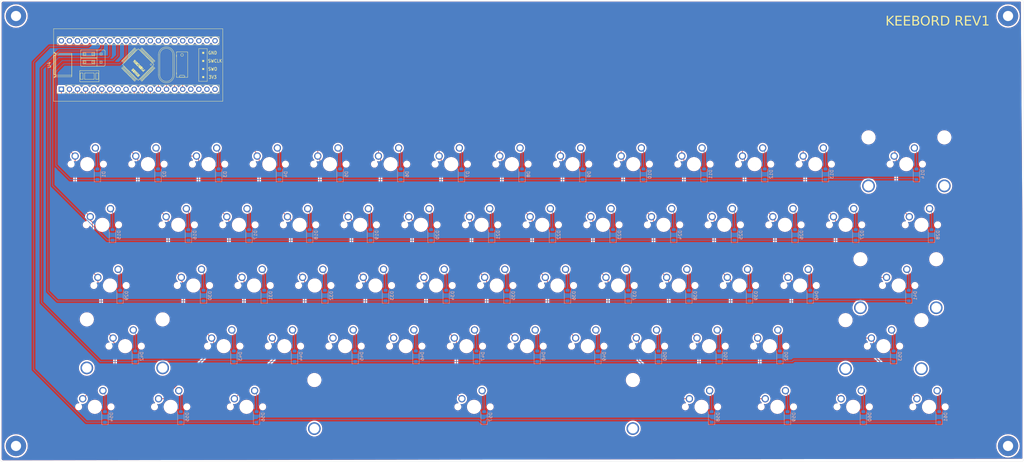
<source format=kicad_pcb>
(kicad_pcb (version 20241229) (generator "pcbnew") (generator_version "9.0")
  (layers (0 "F.Cu" signal) (2 "B.Cu" signal) (13 "F.Paste" user) (15 "B.Paste" user) (5 "F.SilkS" user "F.Silkscreen") (7 "B.SilkS" user "B.Silkscreen") (1 "F.Mask" user) (3 "B.Mask" user) (25 "Edge.Cuts" user))
  (net 0 "")
  (net 1 "Net-(D1-A)")
  (net 2 "Net-(D2-A)")
  (net 3 "Net-(D3-A)")
  (net 4 "Net-(D4-A)")
  (net 5 "Net-(D5-A)")
  (net 6 "ROW1")
  (net 7 "ROW2")
  (net 8 "Net-(D6-A)")
  (net 9 "Net-(D7-A)")
  (net 10 "ROW3")
  (net 11 "Net-(D8-A)")
  (net 12 "ROW4")
  (net 13 "ROW5")
  (net 14 "Net-(D9-A)")
  (net 15 "Net-(D10-A)")
  (net 16 "Net-(D11-A)")
  (net 17 "COL1")
  (net 18 "Net-(D12-A)")
  (net 19 "COL2")
  (net 20 "Net-(D13-A)")
  (net 21 "COL3")
  (net 22 "COL4")
  (net 23 "Net-(D14-A)")
  (net 24 "COL5")
  (net 25 "Net-(D15-A)")
  (net 26 "Net-(D16-A)")
  (net 27 "COL6")
  (net 28 "COL7")
  (net 29 "Net-(D17-A)")
  (net 30 "Net-(D18-A)")
  (net 31 "COL8")
  (net 32 "Net-(D19-A)")
  (net 33 "COL9")
  (net 34 "COL10")
  (net 35 "Net-(D20-A)")
  (net 36 "COL11")
  (net 37 "Net-(D21-A)")
  (net 38 "Net-(D22-A)")
  (net 39 "COL12")
  (net 40 "COL13")
  (net 41 "Net-(D23-A)")
  (net 42 "COL14")
  (net 43 "Net-(D24-A)")
  (net 44 "Net-(D25-A)")
  (net 45 "Net-(D26-A)")
  (net 46 "Net-(D27-A)")
  (net 47 "Net-(D28-A)")
  (net 48 "Net-(D29-A)")
  (net 49 "Net-(D30-A)")
  (net 50 "Net-(D31-A)")
  (net 51 "Net-(D32-A)")
  (net 52 "Net-(D33-A)")
  (net 53 "Net-(D34-A)")
  (net 54 "Net-(D35-A)")
  (net 55 "Net-(D36-A)")
  (net 56 "Net-(D37-A)")
  (net 57 "Net-(D38-A)")
  (net 58 "Net-(D39-A)")
  (net 59 "Net-(D40-A)")
  (net 60 "Net-(D41-A)")
  (net 61 "Net-(D43-A)")
  (net 62 "Net-(D44-A)")
  (net 63 "Net-(D45-A)")
  (net 64 "Net-(D46-A)")
  (net 65 "Net-(D47-A)")
  (net 66 "Net-(D48-A)")
  (net 67 "Net-(D49-A)")
  (net 68 "Net-(D50-A)")
  (net 69 "Net-(D51-A)")
  (net 70 "Net-(D52-A)")
  (net 71 "Net-(D53-A)")
  (net 72 "Net-(D54-A)")
  (net 73 "Net-(D57-A)")
  (net 74 "Net-(D58-A)")
  (net 75 "Net-(D59-A)")
  (net 76 "Net-(D60-A)")
  (net 77 "Net-(D61-A)")
  (net 78 "Net-(D42-A)")
  (net 79 "Net-(D55-A)")
  (net 80 "Net-(D56-A)")
  (footprint "PCM_marbastlib-mx:SW_MX_1u" (layer "F.Cu") (at 335.04265 157.2077)
    (property "Reference" "MX41" (hide yes))
    (property "Value" "MX_SW_solder")
  )
  (footprint "PCM_marbastlib-mx:SW_MX_1u" (layer "F.Cu") (at 242.1739 138.1577)
    (property "Reference" "MX23" (hide yes))
    (property "Value" "MX_SW_solder")
  )
  (footprint "PCM_marbastlib-mx:SW_MX_1u" (layer "F.Cu") (at 227.8864 157.2077)
    (property "Reference" "MX36" (hide yes))
    (property "Value" "MX_SW_solder")
  )
  (footprint "PCM_marbastlib-mx:SW_MX_1u" (layer "F.Cu") (at 118.3489 119.1077)
    (property "Reference" "MX3" (hide yes))
    (property "Value" "MX_SW_solder")
  )
  (footprint "PCM_marbastlib-mx:SW_MX_1u" (layer "F.Cu") (at 246.9364 157.2077)
    (property "Reference" "MX37" (hide yes))
    (property "Value" "MX_SW_solder")
  )
  (footprint "PCM_marbastlib-mx:SW_MX_1u" (layer "F.Cu") (at 337.4239 119.1077)
    (property "Reference" "MX14" (hide yes))
    (property "Value" "MX_SW_solder")
  )
  (footprint "PCM_marbastlib-mx:SW_MX_1u" (layer "F.Cu") (at 330.28015 176.2577)
    (property "Reference" "MX53" (hide yes))
    (property "Value" "MX_SW_solder")
  )
  (footprint "PCM_marbastlib-mx:SW_MX_1u" (layer "F.Cu") (at 130.25515 195.3077)
    (property "Reference" "MX56" (hide yes))
    (property "Value" "MX_SW_solder")
  )
  (footprint "PCM_marbastlib-mx:SW_MX_1u" (layer "F.Cu") (at 304.0864 157.2077)
    (property "Reference" "MX40" (hide yes))
    (property "Value" "MX_SW_solder")
  )
  (footprint "PCM_marbastlib-mx:SW_MX_1u" (layer "F.Cu") (at 170.7364 157.2077)
    (property "Reference" "MX33" (hide yes))
    (property "Value" "MX_SW_solder")
  )
  (footprint "PCM_marbastlib-mx:SW_MX_1u" (layer "F.Cu") (at 199.3114 176.2577)
    (property "Reference" "MX47" (hide yes))
    (property "Value" "MX_SW_solder")
  )
  (footprint "PCM_marbastlib-mx:SW_MX_1u" (layer "F.Cu") (at 108.8239 138.1577)
    (property "Reference" "MX16" (hide yes))
    (property "Value" "MX_SW_solder")
  )
  (footprint "PCM_marbastlib-mx:SW_MX_1u" (layer "F.Cu") (at 296.94265 195.3077)
    (property "Reference" "MX59" (hide yes))
    (property "Value" "MX_SW_solder")
  )
  (footprint "PCM_marbastlib-mx:STAB_MX_P_2.75u" (layer "F.Cu") (at 330.26015 176.3527 180)
    (property "Reference" "RightShiftStab1" (hide yes))
    (property "Value" "MX_stab")
  )
  (footprint "PCM_marbastlib-mx:SW_MX_1u" (layer "F.Cu") (at 146.9239 138.1577)
    (property "Reference" "MX18" (hide yes))
    (property "Value" "MX_SW_solder")
  )
  (footprint "PCM_marbastlib-mx:STAB_MX_P_2.25u" (layer "F.Cu") (at 334.92275 157.2122 180)
    (property "Reference" "BackSpaceStab1" (hide yes))
    (property "Value" "MX_stab")
  )
  (footprint "PCM_marbastlib-mx:STAB_MX_P_2.75u" (layer "F.Cu") (at 92.01845 176.1056 180)
    (property "Reference" "LeftShiftStab1" (hide yes))
    (property "Value" "MX_stab")
  )
  (footprint "PCM_marbastlib-mx:SW_MX_1u" (layer "F.Cu") (at 270.7489 119.1077)
    (property "Reference" "MX11" (hide yes))
    (property "Value" "MX_SW_solder")
  )
  (footprint "PCM_marbastlib-mx:SW_MX_1u" (layer "F.Cu") (at 289.7989 119.1077)
    (property "Reference" "MX12" (hide yes))
    (property "Value" "MX_SW_solder")
  )
  (footprint "PCM_marbastlib-mx:SW_MX_1u" (layer "F.Cu") (at 132.6364 157.2077)
    (property "Reference" "MX31" (hide yes))
    (property "Value" "MX_SW_solder")
  )
  (footprint "PCM_marbastlib-mx:SW_MX_1u" (layer "F.Cu") (at 113.5864 157.2077)
    (property "Reference" "MX30" (hide yes))
    (property "Value" "MX_SW_solder")
  )
  (footprint "PCM_marbastlib-mx:SW_MX_1u" (layer "F.Cu") (at 237.4114 176.2577)
    (property "Reference" "MX49" (hide yes))
    (property "Value" "MX_SW_solder")
  )
  (footprint "PCM_marbastlib-mx:SW_MX_1u" (layer "F.Cu") (at 201.69265 195.3077)
    (property "Reference" "MX57" (hide yes))
    (property "Value" "MX_SW_solder")
  )
  (footprint "PCM_marbastlib-mx:SW_MX_1u" (layer "F.Cu") (at 294.5614 176.2577)
    (property "Reference" "MX52" (hide yes))
    (property "Value" "MX_SW_solder")
  )
  (footprint "PCM_marbastlib-mx:STAB_MX_P_6.25u" (layer "F.Cu") (at 201.56045 195.1568 180)
    (property "Reference" "SpaceStab1" (hide yes))
    (property "Value" "MX_stab")
  )
  (footprint "PCM_marbastlib-mx:SW_MX_1u" (layer "F.Cu") (at 251.6989 119.1077)
    (property "Reference" "MX10" (hide yes))
    (property "Value" "MX_SW_solder")
  )
  (footprint "PCM_marbastlib-mx:SW_MX_1u" (layer "F.Cu") (at 82.63015 195.3077)
    (property "Reference" "MX54" (hide yes))
    (property "Value" "MX_SW_solder")
  )
  (footprint "PCM_marbastlib-mx:SW_MX_1u" (layer "F.Cu") (at 208.8364 157.2077)
    (property "Reference" "MX35" (hide yes))
    (property "Value" "MX_SW_solder")
  )
  (footprint "PCM_marbastlib-mx:SW_MX_1u" (layer "F.Cu") (at 232.6489 119.1077)
    (property "Reference" "MX9" (hide yes))
    (property "Value" "MX_SW_solder")
  )
  (footprint "PCM_marbastlib-mx:SW_MX_1u" (layer "F.Cu") (at 151.6864 157.2077)
    (property "Reference" "MX32" (hide yes))
    (property "Value" "MX_SW_solder")
  )
  (footprint "PCM_marbastlib-mx:SW_MX_1u" (layer "F.Cu") (at 165.9739 138.1577)
    (property "Reference" "MX19" (hide yes))
    (property "Value" "MX_SW_solder")
  )
  (footprint "PCM_marbastlib-mx:SW_MX_1u" (layer "F.Cu") (at 123.1114 176.2577)
    (property "Reference" "MX43" (hide yes))
    (property "Value" "MX_SW_solder")
  )
  (footprint "PCM_marbastlib-mx:STAB_MX_P_2.25u" (layer "F.Cu") (at 337.46625 118.952 180)
    (property "Reference" "EnterStab1" (hide yes))
    (property "Value" "MX_stab")
  )
  (footprint "PCM_marbastlib-mx:SW_MX_1u" (layer "F.Cu") (at 99.2989 119.1077)
    (property "Reference" "MX2" (hide yes))
    (property "Value" "MX_SW_solder")
  )
  (footprint "PCM_marbastlib-mx:SW_MX_1u" (layer "F.Cu") (at 92.15515 176.2577)
    (property "Reference" "MX42" (hide yes))
    (property "Value" "MX_SW_solder")
  )
  (footprint "stm_32_bluepill:YAAJ_BluePill_1" (layer "F.Cu") (at 72.1125 95.59 90)
    (property "Reference" "U4")
    (property "Value" "YAAJ_BluePill" (hide yes))
  )
  (footprint "PCM_marbastlib-mx:SW_MX_1u" (layer "F.Cu") (at 320.75515 195.3077)
    (property "Reference" "MX60" (hide yes))
    (property "Value" "MX_SW_solder")
  )
  (footprint "PCM_marbastlib-mx:SW_MX_1u" (layer "F.Cu") (at 204.0739 138.1577)
    (property "Reference" "MX21" (hide yes))
    (property "Value" "MX_SW_solder")
  )
  (footprint "PCM_marbastlib-mx:SW_MX_1u" (layer "F.Cu") (at 189.7864 157.2077)
    (property "Reference" "MX34" (hide yes))
    (property "Value" "MX_SW_solder")
  )
  (footprint "PCM_marbastlib-mx:SW_MX_1u" (layer "F.Cu") (at 318.3739 138.1577)
    (property "Reference" "MX27" (hide yes))
    (property "Value" "MX_SW_solder")
  )
  (footprint "PCM_marbastlib-mx:SW_MX_1u" (layer "F.Cu") (at 342.1864 138.1577)
    (property "Reference" "MX28" (hide yes))
    (property "Value" "MX_SW_solder")
  )
  (footprint "PCM_marbastlib-mx:SW_MX_1u" (layer "F.Cu") (at 273.13015 195.3077)
    (property "Reference" "MX58" (hide yes))
    (property "Value" "MX_SW_solder")
  )
  (footprint "PCM_marbastlib-mx:SW_MX_1u" (layer "F.Cu") (at 156.4489 119.1077)
    (property "Reference" "MX5" (hide yes))
    (property "Value" "MX_SW_solder")
  )
  (footprint "PCM_marbastlib-mx:SW_MX_1u" (layer "F.Cu") (at 265.9864 157.2077)
    (property "Reference" "MX38" (hide yes))
    (property "Value" "MX_SW_solder")
  )
  (footprint "PCM_marbastlib-mx:SW_MX_1u" (layer "F.Cu") (at 344.56765 195.3077)
    (property "Reference" "MX61" (hide yes))
    (property "Value" "MX_SW_solder")
  )
  (footprint "PCM_marbastlib-mx:SW_MX_1u" (layer "F.Cu") (at 261.2239 138.1577)
    (property "Reference" "MX24" (hide yes))
    (property "Value" "MX_SW_solder")
  )
  (footprint "PCM_marbastlib-mx:SW_MX_1u" (layer "F.Cu") (at 218.3614 176.2577)
    (property "Reference" "MX48" (hide yes))
    (property "Value" "MX_SW_solder")
  )
  (footprint "PCM_marbastlib-mx:SW_MX_1u" (layer "F.Cu") (at 142.1614 176.2577)
    (property "Reference" "MX44" (hide yes))
    (property "Value" "MX_SW_solder")
  )
  (footprint "PCM_marbastlib-mx:SW_MX_1u" (layer "F.Cu") (at 80.2489 119.1077)
    (property "Reference" "MX1" (hide yes))
    (property "Value" "MX_SW_solder")
  )
  (footprint "PCM_marbastlib-mx:SW_MX_1u" (layer "F.Cu") (at 185.0239 138.1577)
    (property "Reference" "MX20" (hide yes))
    (property "Value" "MX_SW_solder")
  )
  (footprint "PCM_marbastlib-mx:SW_MX_1u" (layer "F.Cu") (at 137.3989 119.1077)
    (property "Reference" "MX4" (hide yes))
    (property "Value" "MX_SW_solder")
  )
  (footprint "PCM_marbastlib-mx:SW_MX_1u" (layer "F.Cu") (at 213.5989 119.1077)
    (property "Reference" "MX8" (hide yes))
    (property "Value" "MX_SW_solder")
  )
  (footprint "PCM_marbastlib-mx:SW_MX_1u" (layer "F.Cu") (at 106.44265 195.3077)
    (property "Reference" "MX55" (hide yes))
    (property "Value" "MX_SW_solder")
  )
  (footprint "PCM_marbastlib-mx:SW_MX_1u" (layer "F.Cu") (at 194.5489 119.1077)
    (property "Reference" "MX7" (hide yes))
    (property "Value" "MX_SW_solder")
  )
  (footprint "PCM_marbastlib-mx:SW_MX_1u" (layer "F.Cu") (at 223.1239 138.1577)
    (property "Reference" "MX22" (hide yes))
    (property "Value" "MX_SW_solder")
  )
  (footprint "PCM_marbastlib-mx:SW_MX_1u" (layer "F.Cu") (at 308.8489 119.1077)
    (property "Reference" "MX13" (hide yes))
    (property "Value" "MX_SW_solder")
  )
  (footprint "PCM_marbastlib-mx:SW_MX_1u" (layer "F.Cu") (at 275.5114 176.2577)
    (property "Reference" "MX51" (hide yes))
    (property "Value" "MX_SW_solder")
  )
  (footprint "PCM_marbastlib-mx:SW_MX_1u" (layer "F.Cu") (at 256.4614 176.2577)
    (property "Reference" "MX50" (hide yes))
    (property "Value" "MX_SW_solder")
  )
  (footprint "PCM_marbastlib-mx:SW_MX_1u" (layer "F.Cu") (at 87.39265 157.2077)
    (property "Reference" "MX29" (hide yes))
    (property "Value" "MX_SW_solder")
  )
  (footprint "PCM_marbastlib-mx:SW_MX_1u" (layer "F.Cu") (at 285.0364 157.2077)
    (property "Reference" "MX39" (hide yes))
    (property "Value" "MX_SW_solder")
  )
  (footprint "PCM_marbastlib-mx:SW_MX_1u" (layer "F.Cu") (at 85.0114 138.1577)
    (property "Reference" "MX15" (hide yes))
    (property "Value" "MX_SW_solder")
  )
  (footprint "PCM_marbastlib-mx:SW_MX_1u" (layer "F.Cu") (at 161.2114 176.2577)
    (property "Reference" "MX45" (hide yes))
    (property "Value" "MX_SW_solder")
  )
  (footprint "PCM_marbastlib-mx:SW_MX_1u" (layer "F.Cu") (at 127.8739 138.1577)
    (property "Reference" "MX17" (hide yes))
    (property "Value" "MX_SW_solder")
  )
  (footprint "PCM_marbastlib-mx:SW_MX_1u" (layer "F.Cu") (at 175.4989 119.1077)
    (property "Reference" "MX6" (hide yes))
    (property "Value" "MX_SW_solder")
  )
  (footprint "PCM_marbastlib-mx:SW_MX_1u" (layer "F.Cu") (at 299.3239 138.1577)
    (property "Reference" "MX26" (hide yes))
    (property "Value" "MX_SW_solder")
  )
  (footprint "PCM_marbastlib-mx:SW_MX_1u" (layer "F.Cu") (at 180.2614 176.2577)
    (property "Reference" "MX46" (hide yes))
    (property "Value" "MX_SW_solder")
  )
  (footprint "PCM_marbastlib-mx:SW_MX_1u" (layer "F.Cu") (at 280.2739 138.1577)
    (property "Reference" "MX25" (hide yes))
    (property "Value" "MX_SW_solder")
  )
  (footprint "Diode_SMD:D_SOD-123" (layer "B.Cu") (at 340.5991 122.2829 90)
    (property "Reference" "D14")
    (property "Value" "D_Small")
  )
  (footprint "Diode_SMD:D_SOD-123" (layer "B.Cu") (at 333.45535 179.4329 90)
    (property "Reference" "D53")
    (property "Value" "D_Small")
  )
  (footprint "Diode_SMD:D_SOD-123" (layer "B.Cu") (at 259.6366 179.4329 90)
    (property "Reference" "D50")
    (property "Value" "D_Small")
  )
  (footprint "Diode_SMD:D_SOD-123" (layer "B.Cu") (at 221.5366 179.4329 90)
    (property "Reference" "D48")
    (property "Value" "D_Small")
  )
  (footprint "Diode_SMD:D_SOD-123" (layer "B.Cu") (at 169.1491 141.3329 90)
    (property "Reference" "D19")
    (property "Value" "D_Small")
  )
  (footprint "Diode_SMD:D_SOD-123" (layer "B.Cu") (at 111.9991 141.3329 90)
    (property "Reference" "D16")
    (property "Value" "D_Small")
  )
  (footprint "Diode_SMD:D_SOD-123" (layer "B.Cu") (at 321.5491 141.3329 90)
    (property "Reference" "D27")
    (property "Value" "D_Small")
  )
  (footprint "Diode_SMD:D_SOD-123" (layer "B.Cu") (at 264.3991 141.3329 90)
    (property "Reference" "D24")
    (property "Value" "D_Small")
  )
  (footprint "Diode_SMD:D_SOD-123" (layer "B.Cu") (at 245.3491 141.3329 90)
    (property "Reference" "D23")
    (property "Value" "D_Small")
  )
  (footprint "Diode_SMD:D_SOD-123" (layer "B.Cu") (at 131.0491 141.3329 90)
    (property "Reference" "D17")
    (property "Value" "D_Small")
  )
  (footprint "Diode_SMD:D_SOD-123" (layer "B.Cu") (at 126.2866 179.4329 90)
    (property "Reference" "D43")
    (property "Value" "D_Small")
  )
  (footprint "Diode_SMD:D_SOD-123" (layer "B.Cu") (at 254.8741 122.2829 90)
    (property "Reference" "D10")
    (property "Value" "D_Small")
  )
  (footprint "Diode_SMD:D_SOD-123" (layer "B.Cu") (at 302.4991 141.3329 90)
    (property "Reference" "D26")
    (property "Value" "D_Small")
  )
  (footprint "Diode_SMD:D_SOD-123" (layer "B.Cu") (at 240.5866 179.4329 90)
    (property "Reference" "D49")
    (property "Value" "D_Small")
  )
  (footprint "Diode_SMD:D_SOD-123" (layer "B.Cu") (at 212.0116 160.3829 90)
    (property "Reference" "D35")
    (property "Value" "D_Small")
  )
  (footprint "Diode_SMD:D_SOD-123" (layer "B.Cu") (at 276.30535 198.4829 90)
    (property "Reference" "D58")
    (property "Value" "D_Small")
  )
  (footprint "Diode_SMD:D_SOD-123" (layer "B.Cu") (at 90.56785 160.3829 90)
    (property "Reference" "D29")
    (property "Value" "D_Small")
  )
  (footprint "Diode_SMD:D_SOD-123" (layer "B.Cu") (at 226.2991 141.3329 90)
    (property "Reference" "D22")
    (property "Value" "D_Small")
  )
  (footprint "Diode_SMD:D_SOD-123" (layer "B.Cu") (at 88.1866 141.3329 90)
    (property "Reference" "D15")
    (property "Value" "D_Small")
  )
  (footprint "Diode_SMD:D_SOD-123" (layer "B.Cu") (at 297.7366 179.4329 90)
    (property "Reference" "D52")
    (property "Value" "D_Small")
  )
  (footprint "Diode_SMD:D_SOD-123" (layer "B.Cu") (at 121.5241 122.2829 90)
    (property "Reference" "D3")
    (property "Value" "D_Small")
  )
  (footprint "Diode_SMD:D_SOD-123" (layer "B.Cu") (at 345.3616 141.3329 90)
    (property "Reference" "D28")
    (property "Value" "D_Small")
  )
  (footprint "Diode_SMD:D_SOD-123" (layer "B.Cu") (at 188.1991 141.3329 90)
    (property "Reference" "D20")
    (property "Value" "D_Small")
  )
  (footprint "Diode_SMD:D_SOD-123" (layer "B.Cu") (at 338.21785 160.3829 90)
    (property "Reference" "D41")
    (property "Value" "D_Small")
  )
  (footprint "Diode_SMD:D_SOD-123" (layer "B.Cu") (at 173.9116 160.3829 90)
    (property "Reference" "D33")
    (property "Value" "D_Small")
  )
  (footprint "Diode_SMD:D_SOD-123" (layer "B.Cu") (at 216.7741 122.2829 90)
    (property "Reference" "D8")
    (property "Value" "D_Small")
  )
  (footprint "Diode_SMD:D_SOD-123" (layer "B.Cu") (at 102.4741 122.2829 90)
    (property "Reference" "D2")
    (property "Value" "D_Small")
  )
  (footprint "Diode_SMD:D_SOD-123" (layer "B.Cu") (at 164.3866 179.4329 90)
    (property "Reference" "D45")
    (property "Value" "D_Small")
  )
  (footprint "Diode_SMD:D_SOD-123" (layer "B.Cu") (at 150.0991 141.3329 90)
    (property "Reference" "D18")
    (property "Value" "D_Small")
  )
  (footprint "Diode_SMD:D_SOD-123" (layer "B.Cu") (at 135.8116 160.3829 90)
    (property "Reference" "D31")
    (property "Value" "D_Small")
  )
  (footprint "Diode_SMD:D_SOD-123" (layer "B.Cu") (at 133.43035 198.4829 90)
    (property "Reference" "D56")
    (property "Value" "D_Small")
  )
  (footprint "Diode_SMD:D_SOD-123" (layer "B.Cu") (at 145.3366 179.4329 90)
    (property "Reference" "D44")
    (property "Value" "D_Small")
  )
  (footprint "Diode_SMD:D_SOD-123" (layer "B.Cu") (at 273.9241 122.2829 90)
    (property "Reference" "D11")
    (property "Value" "D_Small")
  )
  (footprint "Diode_SMD:D_SOD-123" (layer "B.Cu") (at 347.74285 198.4829 90)
    (property "Reference" "D61")
    (property "Value" "D_Small")
  )
  (footprint "Diode_SMD:D_SOD-123" (layer "B.Cu") (at 250.1116 160.3829 90)
    (property "Reference" "D37")
    (property "Value" "D_Small")
  )
  (footprint "Diode_SMD:D_SOD-123" (layer "B.Cu") (at 288.2116 160.3829 90)
    (property "Reference" "D39")
    (property "Value" "D_Small")
  )
  (footprint "Diode_SMD:D_SOD-123" (layer "B.Cu") (at 312.0241 122.2829 90)
    (property "Reference" "D13")
    (property "Value" "D_Small")
  )
  (footprint "Diode_SMD:D_SOD-123" (layer "B.Cu") (at 269.1616 160.3829 90)
    (property "Reference" "D38")
    (property "Value" "D_Small")
  )
  (footprint "Diode_SMD:D_SOD-123" (layer "B.Cu") (at 207.2491 141.3329 90)
    (property "Reference" "D21")
    (property "Value" "D_Small")
  )
  (footprint "Diode_SMD:D_SOD-123" (layer "B.Cu") (at 183.4366 179.4329 90)
    (property "Reference" "D46")
    (property "Value" "D_Small")
  )
  (footprint "Diode_SMD:D_SOD-123" (layer "B.Cu") (at 235.8241 122.2829 90)
    (property "Reference" "D9")
    (property "Value" "D_Small")
  )
  (footprint "Diode_SMD:D_SOD-123" (layer "B.Cu") (at 116.7616 160.3829 90)
    (property "Reference" "D30")
    (property "Value" "D_Small")
  )
  (footprint "Diode_SMD:D_SOD-123" (layer "B.Cu") (at 159.6241 122.2829 90)
    (property "Reference" "D5")
    (property "Value" "D_Small")
  )
  (footprint "Diode_SMD:D_SOD-123" (layer "B.Cu") (at 85.80535 198.4829 90)
    (property "Reference" "D54")
    (property "Value" "D_Small")
  )
  (footprint "Diode_SMD:D_SOD-123" (layer "B.Cu") (at 300.11785 198.4829 90)
    (property "Reference" "D59")
    (property "Value" "D_Small")
  )
  (footprint "Diode_SMD:D_SOD-123" (layer "B.Cu") (at 83.4241 122.2829 90)
    (property "Reference" "D1")
    (property "Value" "D_Small")
  )
  (footprint "Diode_SMD:D_SOD-123" (layer "B.Cu") (at 283.4491 141.3329 90)
    (property "Reference" "D25")
    (property "Value" "D_Small")
  )
  (footprint "Diode_SMD:D_SOD-123" (layer "B.Cu") (at 204.86785 198.4829 90)
    (property "Reference" "D57")
    (property "Value" "D_Small")
  )
  (footprint "Diode_SMD:D_SOD-123" (layer "B.Cu") (at 154.8616 160.3829 90)
    (property "Reference" "D32")
    (property "Value" "D_Small")
  )
  (footprint "Diode_SMD:D_SOD-123" (layer "B.Cu") (at 202.4866 179.4329 90)
    (property "Reference" "D47")
    (property "Value" "D_Small")
  )
  (footprint "Diode_SMD:D_SOD-123" (layer "B.Cu") (at 140.5741 122.2829 90)
    (property "Reference" "D4")
    (property "Value" "D_Small")
  )
  (footprint "Diode_SMD:D_SOD-123" (layer "B.Cu") (at 95.33035 179.4329 90)
    (property "Reference" "D42")
    (property "Value" "D_Small")
  )
  (footprint "Diode_SMD:D_SOD-123" (layer "B.Cu") (at 109.61785 198.4829 90)
    (property "Reference" "D55")
    (property "Value" "D_Small")
  )
  (footprint "Diode_SMD:D_SOD-123" (layer "B.Cu") (at 278.6866 179.4329 90)
    (property "Reference" "D51")
    (property "Value" "D_Small")
  )
  (footprint "Diode_SMD:D_SOD-123" (layer "B.Cu") (at 192.9616 160.3829 90)
    (property "Reference" "D34")
    (property "Value" "D_Small")
  )
  (footprint "Diode_SMD:D_SOD-123" (layer "B.Cu") (at 197.7241 122.2829 90)
    (property "Reference" "D7")
    (property "Value" "D_Small")
  )
  (footprint "Diode_SMD:D_SOD-123" (layer "B.Cu") (at 323.93035 198.4829 90)
    (property "Reference" "D60")
    (property "Value" "D_Small")
  )
  (footprint "Diode_SMD:D_SOD-123" (layer "B.Cu") (at 178.6741 122.2829 90)
    (property "Reference" "D6")
    (property "Value" "D_Small")
  )
  (footprint "Diode_SMD:D_SOD-123" (layer "B.Cu") (at 292.9741 122.2829 90)
    (property "Reference" "D12")
    (property "Value" "D_Small")
  )
  (footprint "Diode_SMD:D_SOD-123" (layer "B.Cu") (at 231.0616 160.3829 90)
    (property "Reference" "D36")
    (property "Value" "D_Small")
  )
  (footprint "Diode_SMD:D_SOD-123" (layer "B.Cu") (at 307.2616 160.3829 90)
    (property "Reference" "D40")
    (property "Value" "D_Small")
  )
  (gr_arc (start 53.8725 212.59) (mid 53.165393 212.297107) (end 52.8725 211.59) (stroke (width 0.05)) (layer "Edge.Cuts"))
  (gr_line (start 53.8725 67.59) (end 373.3725 67.59) (stroke (width 0.05)) (layer "Edge.Cuts"))
  (gr_arc (start 52.8725 68.59) (mid 53.165393 67.882893) (end 53.8725 67.59) (stroke (width 0.05)) (layer "Edge.Cuts"))
  (gr_arc (start 374.3725 211.59) (mid 374.079607 212.297107) (end 373.3725 212.59) (stroke (width 0.05)) (layer "Edge.Cuts"))
  (gr_arc (start 373.3725 67.59) (mid 374.079607 67.882893) (end 374.3725 68.59) (stroke (width 0.05)) (layer "Edge.Cuts"))
  (gr_line (start 374.3725 68.59) (end 374.3725 211.59) (stroke (width 0.05)) (layer "Edge.Cuts"))
  (gr_line (start 52.8725 68.59) (end 52.8725 211.59) (stroke (width 0.05)) (layer "Edge.Cuts"))
  (gr_line (start 53.8725 212.59) (end 373.3725 212.59) (stroke (width 0.05)) (layer "Edge.Cuts"))
  (gr_text "KEEBORD REV1" (at 330.8725 76.09 0) (layer "F.SilkS") (effects (font (size 3 3) (thickness 0.1)) (justify left bottom)))
  (via (at 369.3725 72.59) (size 6.4) (drill 3.2) (layers "F.Cu" "B.Cu") (net 0))
  (via (at 369.3725 207.59) (size 6.4) (drill 3.2) (layers "F.Cu" "B.Cu") (net 0))
  (via (at 57.8725 207.59) (size 6.4) (drill 3.2) (layers "F.Cu" "B.Cu") (net 0))
  (via (at 57.8725 72.59) (size 6.4) (drill 3.2) (layers "F.Cu" "B.Cu") (net 0))
  (segment (start 82.7889 114.0277) (end 83.4241 114.6629) (width 0.2) (layer "B.Cu") (net 1))
  (segment (start 83.4241 114.6629) (end 83.4241 120.6329) (width 0.2) (layer "B.Cu") (net 1))
  (segment (start 101.8389 114.0277) (end 102.1581 114.0277) (width 0.2) (layer "B.Cu") (net 2))
  (segment (start 102.1581 114.0277) (end 102.4753 114.3449) (width 0.2) (layer "B.Cu") (net 2))
  (segment (start 102.4753 114.3449) (end 102.4741 114.3461) (width 0.2) (layer "B.Cu") (net 2))
  (segment (start 102.4741 114.3461) (end 102.4741 120.6329) (width 0.2) (layer "B.Cu") (net 2))
  (segment (start 120.8889 114.0277) (end 121.5265 114.6653) (width 0.2) (layer "B.Cu") (net 3))
  (segment (start 121.5241 114.7442) (end 121.5241 120.6329) (width 0.2) (layer "B.Cu") (net 3))
  (segment (start 121.5265 114.7418) (end 121.5241 114.7442) (width 0.2) (layer "B.Cu") (net 3))
  (segment (start 121.5265 114.6653) (end 121.5265 114.7418) (width 0.2) (layer "B.Cu") (net 3))
  (segment (start 139.9389 114.0277) (end 140.2605 114.0277) (width 0.2) (layer "B.Cu") (net 4))
  (segment (start 140.5777 114.3449) (end 140.5741 114.3485) (width 0.2) (layer "B.Cu") (net 4))
  (segment (start 140.2605 114.0277) (end 140.5777 114.3449) (width 0.2) (layer "B.Cu") (net 4))
  (segment (start 140.5741 114.3485) (end 140.5741 120.6329) (width 0.2) (layer "B.Cu") (net 4))
  (segment (start 159.6289 114.6677) (end 159.6289 114.7418) (width 0.2) (layer "B.Cu") (net 5))
  (segment (start 159.6289 114.7418) (end 159.6241 114.7466) (width 0.2) (layer "B.Cu") (net 5))
  (segment (start 158.9889 114.0277) (end 159.6289 114.6677) (width 0.2) (layer "B.Cu") (net 5))
  (segment (start 159.6241 114.7466) (end 159.6241 120.6329) (width 0.2) (layer "B.Cu") (net 5))
  (segment (start 216.7741 123.9329) (end 235.8241 123.9329) (width 0.2) (layer "B.Cu") (net 6))
  (segment (start 273.9241 123.9329) (end 292.9741 123.9329) (width 0.2) (layer "B.Cu") (net 6))
  (segment (start 83.4241 123.9329) (end 74.8108 123.9329) (width 0.2) (layer "B.Cu") (net 6))
  (segment (start 197.7241 123.9329) (end 216.7741 123.9329) (width 0.2) (layer "B.Cu") (net 6))
  (segment (start 159.6241 123.9329) (end 178.6741 123.9329) (width 0.2) (layer "B.Cu") (net 6))
  (segment (start 72.8725 87.59) (end 70.3725 90.09) (width 0.2) (layer "B.Cu") (net 6))
  (segment (start 340.3032 123.637) (end 340.5991 123.9329) (width 0.2) (layer "B.Cu") (net 6))
  (segment (start 74.8108 123.9329) (end 71.4679 120.59) (width 0.2) (layer "B.Cu") (net 6))
  (segment (start 70.3725 119.4946) (end 71.4679 120.59) (width 0.2) (layer "B.Cu") (net 6))
  (segment (start 292.9741 123.9329) (end 312.0241 123.9329) (width 0.2) (layer "B.Cu") (net 6))
  (segment (start 92.4325 80.35) (end 92.4325 85.53) (width 0.2) (layer "B.Cu") (net 6))
  (segment (start 312.0241 123.9329) (end 312.32 123.637) (width 0.2) (layer "B.Cu") (net 6))
  (segment (start 83.4241 123.8705) (end 83.4865 123.9329) (width 0.2) (layer "B.Cu") (net 6))
  (segment (start 178.6741 123.9329) (end 197.7241 123.9329) (width 0.2) (layer "B.Cu") (net 6))
  (segment (start 92.4325 85.53) (end 90.3725 87.59) (width 0.2) (layer "B.Cu") (net 6))
  (segment (start 102.4741 123.9329) (end 121.5241 123.9329) (width 0.2) (layer "B.Cu") (net 6))
  (segment (start 235.8241 123.9329) (end 254.8741 123.9329) (width 0.2) (layer "B.Cu") (net 6))
  (segment (start 83.4865 123.9329) (end 102.4741 123.9329) (width 0.2) (layer "B.Cu") (net 6))
  (segment (start 83.4241 123.9329) (end 83.4241 123.8705) (width 0.2) (layer "B.Cu") (net 6))
  (segment (start 70.3725 90.09) (end 70.3725 119.4946) (width 0.2) (layer "B.Cu") (net 6))
  (segment (start 121.5241 123.9329) (end 140.5741 123.9329) (width 0.2) (layer "B.Cu") (net 6))
  (segment (start 140.5741 123.9329) (end 159.6241 123.9329) (width 0.2) (layer "B.Cu") (net 6))
  (segment (start 71.4679 120.59) (end 71.4679 120.6854) (width 0.2) (layer "B.Cu") (net 6))
  (segment (start 312.32 123.637) (end 340.3032 123.637) (width 0.2) (layer "B.Cu") (net 6))
  (segment (start 254.8741 123.9329) (end 273.9241 123.9329) (width 0.2) (layer "B.Cu") (net 6))
  (segment (start 90.3725 87.59) (end 72.8725 87.59) (width 0.2) (layer "B.Cu") (net 6))
  (segment (start 131.0491 142.9829) (end 150.0991 142.9829) (width 0.2) (layer "B.Cu") (net 7))
  (segment (start 111.9991 142.9829) (end 131.0491 142.9829) (width 0.2) (layer "B.Cu") (net 7))
  (segment (start 69.3725 125.864974) (end 86.490426 142.9829) (width 0.2) (layer "B.Cu") (net 7))
  (segment (start 88.3725 86.59) (end 72.3725 86.59) (width 0.2) (layer "B.Cu") (net 7))
  (segment (start 302.4991 142.9829) (end 321.5491 142.9829) (width 0.2) (layer "B.Cu") (net 7))
  (segment (start 245.3491 142.9829) (end 264.3991 142.9829) (width 0.2) (layer "B.Cu") (net 7))
  (segment (start 86.490426 142.9829) (end 88.1866 142.9829) (width 0.2) (layer "B.Cu") (net 7))
  (segment (start 207.2491 142.9829) (end 226.2991 142.9829) (width 0.2) (layer "B.Cu") (net 7))
  (segment (start 88.1866 142.9829) (end 111.9991 142.9829) (width 0.2) (layer "B.Cu") (net 7))
  (segment (start 72.3725 86.59) (end 69.3725 89.59) (width 0.2) (layer "B.Cu") (net 7))
  (segment (start 188.1991 142.9829) (end 207.2491 142.9829) (width 0.2) (layer "B.Cu") (net 7))
  (segment (start 169.1491 142.9829) (end 188.1991 142.9829) (width 0.2) (layer "B.Cu") (net 7))
  (segment (start 89.8925 85.07) (end 88.3725 86.59) (width 0.2) (layer "B.Cu") (net 7))
  (segment (start 321.5491 142.9829) (end 345.3616 142.9829) (width 0.2) (layer "B.Cu") (net 7))
  (segment (start 264.3991 142.9829) (end 283.4491 142.9829) (width 0.2) (layer "B.Cu") (net 7))
  (segment (start 283.4491 142.9829) (end 302.4991 142.9829) (width 0.2) (layer "B.Cu") (net 7))
  (segment (start 226.2991 142.9829) (end 245.3491 142.9829) (width 0.2) (layer "B.Cu") (net 7))
  (segment (start 69.3725 89.59) (end 69.3725 125.864974) (width 0.2) (layer "B.Cu") (net 7))
  (segment (start 89.8925 80.35) (end 89.8925 85.07) (width 0.2) (layer "B.Cu") (net 7))
  (segment (start 150.0991 142.9829) (end 169.1491 142.9829) (width 0.2) (layer "B.Cu") (net 7))
  (segment (start 178.6741 114.3389) (end 178.6741 120.6329) (width 0.2) (layer "B.Cu") (net 8))
  (segment (start 178.0389 114.0277) (end 178.3629 114.0277) (width 0.2) (layer "B.Cu") (net 8))
  (segment (start 178.3629 114.0277) (end 178.6741 114.3389) (width 0.2) (layer "B.Cu") (net 8))
  (segment (start 178.3629 114.0277) (end 178.6801 114.3449) (width 0.2) (layer "B.Cu") (net 8))
  (segment (start 197.4141 114.0277) (end 197.7241 114.3377) (width 0.2) (layer "B.Cu") (net 9))
  (segment (start 197.0889 114.0277) (end 197.4141 114.0277) (width 0.2) (layer "B.Cu") (net 9))
  (segment (start 197.4141 114.0277) (end 197.7313 114.3449) (width 0.2) (layer "B.Cu") (net 9))
  (segment (start 197.7241 114.3377) (end 197.7241 120.6329) (width 0.2) (layer "B.Cu") (net 9))
  (segment (start 192.9616 162.0329) (end 212.0116 162.0329) (width 0.2) (layer "B.Cu") (net 10))
  (segment (start 71.3725 85.59) (end 67.8725 89.09) (width 0.2) (layer "B.Cu") (net 10))
  (segment (start 135.8116 162.0329) (end 154.8616 162.0329) (width 0.2) (layer "B.Cu") (net 10))
  (segment (start 70.8725 162.09) (end 69.8725 161.09) (width 0.2) (layer "B.Cu") (net 10))
  (segment (start 231.0616 162.0329) (end 250.1116 162.0329) (width 0.2) (layer "B.Cu") (net 10))
  (segment (start 269.1616 162.0329) (end 288.2116 162.0329) (width 0.2) (layer "B.Cu") (net 10))
  (segment (start 116.7616 162.0329) (end 135.8116 162.0329) (width 0.2) (layer "B.Cu") (net 10))
  (segment (start 173.9116 162.0329) (end 192.9616 162.0329) (width 0.2) (layer "B.Cu") (net 10))
  (segment (start 67.8725 89.09) (end 67.8725 159.09) (width 0.2) (layer "B.Cu") (net 10))
  (segment (start 87.3525 80.35) (end 87.3525 85.11) (width 0.2) (layer "B.Cu") (net 10))
  (segment (start 307.3973 161.8972) (end 338.08215 161.8972) (width 0.2) (layer "B.Cu") (net 10))
  (segment (start 67.8725 159.09) (end 69.8725 161.09) (width 0.2) (layer "B.Cu") (net 10))
  (segment (start 154.8616 162.0329) (end 173.9116 162.0329) (width 0.2) (layer "B.Cu") (net 10))
  (segment (start 69.8725 161.09) (end 69.3725 160.59) (width 0.2) (layer "B.Cu") (net 10))
  (segment (start 72.3725 85.59) (end 71.3725 85.59) (width 0.2) (layer "B.Cu") (net 10))
  (segment (start 90.56785 162.0329) (end 116.7616 162.0329) (width 0.2) (layer "B.Cu") (net 10))
  (segment (start 307.2616 162.0329) (end 307.3973 161.8972) (width 0.2) (layer "B.Cu") (net 10))
  (segment (start 90.51075 162.09) (end 70.8725 162.09) (width 0.2) (layer "B.Cu") (net 10))
  (segment (start 90.56785 162.0329) (end 90.51075 162.09) (width 0.2) (layer "B.Cu") (net 10))
  (segment (start 288.2116 162.0329) (end 307.2616 162.0329) (width 0.2) (layer "B.Cu") (net 10))
  (segment (start 86.8725 85.59) (end 71.3725 85.59) (width 0.2) (layer "B.Cu") (net 10))
  (segment (start 250.1116 162.0329) (end 269.1616 162.0329) (width 0.2) (layer "B.Cu") (net 10))
  (segment (start 212.0116 162.0329) (end 231.0616 162.0329) (width 0.2) (layer "B.Cu") (net 10))
  (segment (start 87.3525 85.11) (end 86.8725 85.59) (width 0.2) (layer "B.Cu") (net 10))
  (segment (start 338.08215 161.8972) (end 338.21785 162.0329) (width 0.2) (layer "B.Cu") (net 10))
  (segment (start 216.7741 116.3378) (end 216.7741 120.6329) (width 0.2) (layer "B.Cu") (net 11))
  (segment (start 216.7825 116.3294) (end 216.7741 116.3378) (width 0.2) (layer "B.Cu") (net 11))
  (segment (start 216.1389 114.0277) (end 216.7825 114.6713) (width 0.2) (layer "B.Cu") (net 11))
  (segment (start 216.7825 114.6713) (end 216.7825 116.3294) (width 0.2) (layer "B.Cu") (net 11))
  (segment (start 240.5866 181.0829) (end 259.6366 181.0829) (width 0.2) (layer "B.Cu") (net 12))
  (segment (start 301.6603 181.0829) (end 301.7191 181.0241) (width 0.2) (layer "B.Cu") (net 12))
  (segment (start 84.8725 82.59) (end 84.8725 80.41) (width 0.2) (layer "B.Cu") (net 12))
  (segment (start 301.7191 181.0241) (end 302.116 180.6272) (width 0.2) (layer "B.Cu") (net 12))
  (segment (start 202.4866 181.0829) (end 221.5366 181.0829) (width 0.2) (layer "B.Cu") (net 12))
  (segment (start 65.8725 89.09) (end 71.3725 83.59) (width 0.2) (layer "B.Cu") (net 12))
  (segment (start 95.33035 181.0829) (end 84.3796 181.0829) (width 0.2) (layer "B.Cu") (net 12))
  (segment (start 95.62265 180.7906) (end 125.9943 180.7906) (width 0.2) (layer "B.Cu") (net 12))
  (segment (start 332.99965 180.6272) (end 333.45535 181.0829) (width 0.2) (layer "B.Cu") (net 12))
  (segment (start 221.5366 181.0829) (end 240.5866 181.0829) (width 0.2) (layer "B.Cu") (net 12))
  (segment (start 83.8725 83.59) (end 84.8725 82.59) (width 0.2) (layer "B.Cu") (net 12))
  (segment (start 125.9943 180.7906) (end 126.2866 181.0829) (width 0.2) (layer "B.Cu") (net 12))
  (segment (start 302.116 180.6272) (end 332.99965 180.6272) (width 0.2) (layer "B.Cu") (net 12))
  (segment (start 84.3796 181.0829) (end 84.3725 181.09) (width 0.2) (layer "B.Cu") (net 12))
  (segment (start 84.3725 181.09) (end 65.8725 162.59) (width 0.2) (layer "B.Cu") (net 12))
  (segment (start 183.4366 181.0829) (end 202.4866 181.0829) (width 0.2) (layer "B.Cu") (net 12))
  (segment (start 278.6866 181.0829) (end 297.7366 181.0829) (width 0.2) (layer "B.Cu") (net 12))
  (segment (start 145.3366 181.0829) (end 164.3866 181.0829) (width 0.2) (layer "B.Cu") (net 12))
  (segment (start 259.6366 181.0829) (end 278.6866 181.0829) (width 0.2) (layer "B.Cu") (net 12))
  (segment (start 84.8725 80.41) (end 84.8125 80.35) (width 0.2) (layer "B.Cu") (net 12))
  (segment (start 71.3725 83.59) (end 83.8725 83.59) (width 0.2) (layer "B.Cu") (net 12))
  (segment (start 164.3866 181.0829) (end 183.4366 181.0829) (width 0.2) (layer "B.Cu") (net 12))
  (segment (start 126.2866 181.0829) (end 145.3366 181.0829) (width 0.2) (layer "B.Cu") (net 12))
  (segment (start 95.33035 181.0829) (end 95.62265 180.7906) (width 0.2) (layer "B.Cu") (net 12))
  (segment (start 65.8725 162.59) (end 65.8725 89.09) (width 0.2) (layer "B.Cu") (net 12))
  (segment (start 297.7366 181.0829) (end 301.6603 181.0829) (width 0.2) (layer "B.Cu") (net 12))
  (segment (start 80.5325 82.09) (end 68.3725 82.09) (width 0.2) (layer "B.Cu") (net 13))
  (segment (start 204.86785 200.1329) (end 205.71925 199.2815) (width 0.2) (layer "B.Cu") (net 13))
  (segment (start 300.11785 200.1329) (end 323.93035 200.1329) (width 0.2) (layer "B.Cu") (net 13))
  (segment (start 85.80535 200.1329) (end 109.61785 200.1329) (width 0.2) (layer "B.Cu") (net 13))
  (segment (start 82.2725 80.35) (end 80.5325 82.09) (width 0.2) (layer "B.Cu") (net 13))
  (segment (start 276.30535 200.1329) (end 300.11785 200.1329) (width 0.2) (layer "B.Cu") (net 13))
  (segment (start 275.45395 199.2815) (end 276.30535 200.1329) (width 0.2) (layer "B.Cu") (net 13))
  (segment (start 204.1393 200.1329) (end 204.86785 200.1329) (width 0.2) (layer "B.Cu") (net 13))
  (segment (start 133.43035 200.1329) (end 134.28175 199.2815) (width 0.2) (layer "B.Cu") (net 13))
  (segment (start 323.93035 200.1329) (end 347.74285 200.1329) (width 0.2) (layer "B.Cu") (net 13))
  (segment (start 203.2879 199.2815) (end 204.1393 200.1329) (width 0.2) (layer "B.Cu") (net 13))
  (segment (start 109.61785 200.1329) (end 133.43035 200.1329) (width 0.2) (layer "B.Cu") (net 13))
  (segment (start 134.28175 199.2815) (end 203.2879 199.2815) (width 0.2) (layer "B.Cu") (net 13))
  (segment (start 63.3725 87.09) (end 63.3725 183.59) (width 0.2) (layer "B.Cu") (net 13))
  (segment (start 63.3725 183.59) (end 79.9154 200.1329) (width 0.2) (layer "B.Cu") (net 13))
  (segment (start 205.71925 199.2815) (end 275.45395 199.2815) (width 0.2) (layer "B.Cu") (net 13))
  (segment (start 79.9154 200.1329) (end 85.80535 200.1329) (width 0.2) (layer "B.Cu") (net 13))
  (segment (start 68.3725 82.09) (end 63.3725 87.09) (width 0.2) (layer "B.Cu") (net 13))
  (segment (start 235.8241 114.6629) (end 235.1889 114.0277) (width 0.2) (layer "B.Cu") (net 14))
  (segment (start 235.8241 120.6329) (end 235.8241 114.6629) (width 0.2) (layer "B.Cu") (net 14))
  (segment (start 254.8849 114.6737) (end 254.8849 115.1387) (width 0.2) (layer "B.Cu") (net 15))
  (segment (start 254.8741 115.1495) (end 254.8741 120.6329) (width 0.2) (layer "B.Cu") (net 15))
  (segment (start 254.2389 114.0277) (end 254.8849 114.6737) (width 0.2) (layer "B.Cu") (net 15))
  (segment (start 254.8849 115.1387) (end 254.8741 115.1495) (width 0.2) (layer "B.Cu") (net 15))
  (segment (start 273.9361 115.1387) (end 273.9241 115.1507) (width 0.2) (layer "B.Cu") (net 16))
  (segment (start 273.9241 115.1507) (end 273.9241 120.6329) (width 0.2) (layer "B.Cu") (net 16))
  (segment (start 273.9361 114.6749) (end 273.9361 115.1387) (width 0.2) (layer "B.Cu") (net 16))
  (segment (start 273.2889 114.0277) (end 273.9361 114.6749) (width 0.2) (layer "B.Cu") (net 16))
  (segment (start 81.2014 135.6177) (end 81.2014 136.73) (width 0.2) (layer "F.Cu") (net 17))
  (segment (start 72.1125 112.2413) (end 76.4389 116.5677) (width 0.2) (layer "F.Cu") (net 17))
  (segment (start 81.8365 152.92155) (end 83.58265 154.6677) (width 0.2) (layer "F.Cu") (net 17))
  (segment (start 81.2014 136.73) (end 81.8365 137.3651) (width 0.2) (layer "F.Cu") (net 17))
  (segment (start 84.6148 157.2101) (end 84.6148 169.98735) (width 0.2) (layer "F.Cu") (net 17))
  (segment (start 83.58265 154.6677) (end 83.58265 156.17795) (width 0.2) (layer "F.Cu") (net 17))
  (segment (start 81.8365 137.3651) (end 81.8365 152.92155) (width 0.2) (layer "F.Cu") (net 17))
  (segment (start 83.58265 156.17795) (end 84.6148 157.2101) (width 0.2) (layer "F.Cu") (net 17))
  (segment (start 72.1125 95.09) (end 72.1125 112.2413) (width 0.2) (layer "F.Cu") (net 17))
  (segment (start 88.34515 174.83195) (end 88.9807 175.4675) (width 0.2) (layer "F.Cu") (net 17))
  (segment (start 76.4389 116.5677) (end 76.4389 130.8552) (width 0.2) (layer "F.Cu") (net 17))
  (segment (start 76.4389 130.8552) (end 81.2014 135.6177) (width 0.2) (layer "F.Cu") (net 17))
  (segment (start 84.6148 169.98735) (end 88.34515 173.7177) (width 0.2) (layer "F.Cu") (net 17))
  (segment (start 88.34515 173.7177) (end 88.34515 174.83195) (width 0.2) (layer "F.Cu") (net 17))
  (segment (start 88.9807 175.4675) (end 88.9807 182.60715) (width 0.2) (layer "F.Cu") (net 17))
  (segment (start 88.9807 182.60715) (end 78.82015 192.7677) (width 0.2) (layer "F.Cu") (net 17))
  (segment (start 292.9741 114.6629) (end 292.3389 114.0277) (width 0.2) (layer "B.Cu") (net 18))
  (segment (start 292.9741 120.6329) (end 292.9741 114.6629) (width 0.2) (layer "B.Cu") (net 18))
  (segment (start 96.1249 117.2037) (end 96.1249 126.7287) (width 0.2) (layer "F.Cu") (net 19))
  (segment (start 119.3014 173.7177) (end 119.9389 174.3552) (width 0.2) (layer "F.Cu") (net 19))
  (segment (start 105.0139 135.6177) (end 105.6505 136.2543) (width 0.2) (layer "F.Cu") (net 19))
  (segment (start 74.6525 105.37) (end 77.8725 108.59) (width 0.2) (layer "F.Cu") (net 19))
  (segment (start 105.6505 136.2543) (end 105.6505 150.5418) (width 0.2) (layer "F.Cu") (net 19))
  (segment (start 77.8725 108.59) (end 87.5112 108.59) (width 0.2) (layer "F.Cu") (net 19))
  (segment (start 95.4889 116.5677) (end 96.1249 117.2037) (width 0.2) (layer "F.Cu") (net 19))
  (segment (start 96.1249 126.7287) (end 105.0139 135.6177) (width 0.2) (layer "F.Cu") (net 19))
  (segment (start 109.7764 154.6677) (end 109.7764 155.7794) (width 0.2) (layer "F.Cu") (net 19))
  (segment (start 119.9389 177.0551) (end 104.2263 192.7677) (width 0.2) (layer "F.Cu") (net 19))
  (segment (start 119.9389 174.3552) (end 119.9389 177.0551) (width 0.2) (layer "F.Cu") (net 19))
  (segment (start 109.7764 155.7794) (end 110.4133 156.4163) (width 0.2) (layer "F.Cu") (net 19))
  (segment (start 104.2263 192.7677) (end 102.63265 192.7677) (width 0.2) (layer "F.Cu") (net 19))
  (segment (start 105.6505 150.5418) (end 109.7764 154.6677) (width 0.2) (layer "F.Cu") (net 19))
  (segment (start 110.4133 164.8296) (end 119.3014 173.7177) (width 0.2) (layer "F.Cu") (net 19))
  (segment (start 87.5112 108.59) (end 95.4889 116.5677) (width 0.2) (layer "F.Cu") (net 19))
  (segment (start 110.4133 156.4163) (end 110.4133 164.8296) (width 0.2) (layer "F.Cu") (net 19))
  (segment (start 74.6525 95.09) (end 74.6525 105.37) (width 0.2) (layer "F.Cu") (net 19))
  (segment (start 312.0385 114.6773) (end 312.0385 115.5356) (width 0.2) (layer "B.Cu") (net 20))
  (segment (start 312.0241 115.55) (end 312.0241 120.6329) (width 0.2) (layer "B.Cu") (net 20))
  (segment (start 312.0385 115.5356) (end 312.0241 115.55) (width 0.2) (layer "B.Cu") (net 20))
  (segment (start 311.3889 114.0277) (end 312.0385 114.6773) (width 0.2) (layer "B.Cu") (net 20))
  (segment (start 124.7017 136.2555) (end 124.7017 150.543) (width 0.2) (layer "F.Cu") (net 21))
  (segment (start 80.3725 107.09) (end 99.3725 107.09) (width 0.2) (layer "F.Cu") (net 21))
  (segment (start 138.9901 174.3564) (end 138.9901 180.22275) (width 0.2) (layer "F.Cu") (net 21))
  (segment (start 124.0639 135.6177) (end 124.7017 136.2555) (width 0.2) (layer "F.Cu") (net 21))
  (segment (start 128.8264 154.6677) (end 129.4645 155.3058) (width 0.2) (layer "F.Cu") (net 21))
  (segment (start 108.8502 116.5677) (end 114.5389 116.5677) (width 0.2) (layer "F.Cu") (net 21))
  (segment (start 99.3725 107.09) (end 108.8502 116.5677) (width 0.2) (layer "F.Cu") (net 21))
  (segment (start 114.6206 116.5677) (end 115.1761 117.1232) (width 0.2) (layer "F.Cu") (net 21))
  (segment (start 138.3514 173.7177) (end 138.9901 174.3564) (width 0.2) (layer "F.Cu") (net 21))
  (segment (start 114.5389 116.5677) (end 114.6206 116.5677) (width 0.2) (layer "F.Cu") (net 21))
  (segment (start 114.3948 116.5677) (end 114.3725 116.59) (width 0.2) (layer "F.Cu") (net 21))
  (segment (start 129.4645 155.3058) (end 129.4645 164.8308) (width 0.2) (layer "F.Cu") (net 21))
  (segment (start 115.1761 117.1232) (end 115.1761 126.7299) (width 0.2) (layer "F.Cu") (net 21))
  (segment (start 115.1761 126.7299) (end 124.0639 135.6177) (width 0.2) (layer "F.Cu") (net 21))
  (segment (start 124.7017 150.543) (end 128.8264 154.6677) (width 0.2) (layer "F.Cu") (net 21))
  (segment (start 77.1925 95.59) (end 77.1925 103.91) (width 0.2) (layer "F.Cu") (net 21))
  (segment (start 129.4645 164.8308) (end 138.3514 173.7177) (width 0.2) (layer "F.Cu") (net 21))
  (segment (start 77.1925 103.91) (end 80.3725 107.09) (width 0.2) (layer "F.Cu") (net 21))
  (segment (start 114.5389 116.5677) (end 114.3948 116.5677) (width 0.2) (layer "F.Cu") (net 21))
  (segment (start 138.9901 180.22275) (end 126.44515 192.7677) (width 0.2) (layer "F.Cu") (net 21))
  (segment (start 106.3725 112.09) (end 129.8725 112.09) (width 0.2) (layer "F.Cu") (net 22))
  (segment (start 144.1498 150.9411) (end 147.8764 154.6677) (width 0.2) (layer "F.Cu") (net 22))
  (segment (start 99.8725 105.59) (end 106.3725 112.09) (width 0.2) (layer "F.Cu") (net 22))
  (segment (start 144.1498 136.6536) (end 144.1498 150.9411) (width 0.2) (layer "F.Cu") (net 22))
  (segment (start 133.5889 115.8064) (end 133.5889 116.5677) (width 0.2) (layer "F.Cu") (net 22))
  (segment (start 147.8764 154.6677) (end 148.5157 155.307) (width 0.2) (layer "F.Cu") (net 22))
  (segment (start 79.7325 103.45) (end 81.8725 105.59) (width 0.2) (layer "F.Cu") (net 22))
  (segment (start 143.1139 135.6177) (end 144.1498 136.6536) (width 0.2) (layer "F.Cu") (net 22))
  (segment (start 81.8725 105.59) (end 99.8725 105.59) (width 0.2) (layer "F.Cu") (net 22))
  (segment (start 134.2273 117.2061) (end 134.2273 126.7311) (width 0.2) (layer "F.Cu") (net 22))
  (segment (start 148.5157 164.832) (end 157.4014 173.7177) (width 0.2) (layer "F.Cu") (net 22))
  (segment (start 133.5889 116.5677) (end 134.2273 117.2061) (width 0.2) (layer "F.Cu") (net 22))
  (segment (start 129.8725 112.09) (end 133.5889 115.8064) (width 0.2) (layer "F.Cu") (net 22))
  (segment (start 79.7325 95.59) (end 79.7325 103.45) (width 0.2) (layer "F.Cu") (net 22))
  (segment (start 148.5157 155.307) (end 148.5157 164.832) (width 0.2) (layer "F.Cu") (net 22))
  (segment (start 134.2273 126.7311) (end 143.1139 135.6177) (width 0.2) (layer "F.Cu") (net 22))
  (segment (start 340.5991 115.9487) (end 340.5991 120.6329) (width 0.2) (layer "B.Cu") (net 23))
  (segment (start 340.6153 115.9325) (end 340.5991 115.9487) (width 0.2) (layer "B.Cu") (net 23))
  (segment (start 340.6153 114.6791) (end 340.6153 115.9325) (width 0.2) (layer "B.Cu") (net 23))
  (segment (start 339.9639 114.0277) (end 340.6153 114.6791) (width 0.2) (layer "B.Cu") (net 23))
  (segment (start 163.201 136.6548) (end 163.201 150.9423) (width 0.2) (layer "F.Cu") (net 24))
  (segment (start 153.2785 117.2073) (end 153.2785 126.7323) (width 0.2) (layer "F.Cu") (net 24))
  (segment (start 82.2725 102.99) (end 83.3725 104.09) (width 0.2) (layer "F.Cu") (net 24))
  (segment (start 152.6389 116.5677) (end 152.6389 110.3564) (width 0.2) (layer "F.Cu") (net 24))
  (segment (start 83.3725 104.09) (end 100.3725 104.09) (width 0.2) (layer "F.Cu") (net 24))
  (segment (start 162.1639 135.6177) (end 163.201 136.6548) (width 0.2) (layer "F.Cu") (net 24))
  (segment (start 82.2725 95.59) (end 82.2725 102.99) (width 0.2) (layer "F.Cu") (net 24))
  (segment (start 105.8725 109.59) (end 107.8725 109.59) (width 0.2) (layer "F.Cu") (net 24))
  (segment (start 100.3725 104.09) (end 105.8725 109.59) (width 0.2) (layer "F.Cu") (net 24))
  (segment (start 166.9264 154.6677) (end 167.5669 155.3082) (width 0.2) (layer "F.Cu") (net 24))
  (segment (start 167.5669 155.3082) (end 167.5669 164.8332) (width 0.2) (layer "F.Cu") (net 24))
  (segment (start 167.5669 164.8332) (end 176.4514 173.7177) (width 0.2) (layer "F.Cu") (net 24))
  (segment (start 151.8725 109.59) (end 107.8725 109.59) (width 0.2) (layer "F.Cu") (net 24))
  (segment (start 107.8725 109.59) (end 107.6412 109.59) (width 0.2) (layer "F.Cu") (net 24))
  (segment (start 153.2785 126.7323) (end 162.1639 135.6177) (width 0.2) (layer "F.Cu") (net 24))
  (segment (start 163.201 150.9423) (end 166.9264 154.6677) (width 0.2) (layer "F.Cu") (net 24))
  (segment (start 152.6389 110.3564) (end 151.8725 109.59) (width 0.2) (layer "F.Cu") (net 24))
  (segment (start 152.6389 116.5677) (end 153.2785 117.2073) (width 0.2) (layer "F.Cu") (net 24))
  (segment (start 88.1869 134.1899) (end 88.1866 134.1902) (width 0.2) (layer "B.Cu") (net 25))
  (segment (start 88.1869 133.7132) (end 88.1869 134.1899) (width 0.2) (layer "B.Cu") (net 25))
  (segment (start 87.5514 133.0777) (end 88.1869 133.7132) (width 0.2) (layer "B.Cu") (net 25))
  (segment (start 88.1866 134.1902) (end 88.1866 139.6829) (width 0.2) (layer "B.Cu") (net 25))
  (segment (start 112.0009 134.1899) (end 111.9991 134.1917) (width 0.2) (layer "B.Cu") (net 26))
  (segment (start 111.9991 134.1917) (end 111.9991 139.6829) (width 0.2) (layer "B.Cu") (net 26))
  (segment (start 112.0009 133.7147) (end 112.0009 134.1899) (width 0.2) (layer "B.Cu") (net 26))
  (segment (start 111.3639 133.0777) (end 112.0009 133.7147) (width 0.2) (layer "B.Cu") (net 26))
  (segment (start 186.6181 155.3094) (end 186.6181 164.8344) (width 0.2) (layer "F.Cu") (net 27))
  (segment (start 84.8125 95.59) (end 84.8125 101.53) (width 0.2) (layer "F.Cu") (net 27))
  (segment (start 171.6889 116.5677) (end 172.3297 117.2085) (width 0.2) (layer "F.Cu") (net 27))
  (segment (start 166.8725 107.59) (end 171.6889 112.4064) (width 0.2) (layer "F.Cu") (net 27))
  (segment (start 105.8725 107.59) (end 108.3725 107.59) (width 0.2) (layer "F.Cu") (net 27))
  (segment (start 85.8725 102.59) (end 100.8725 102.59) (width 0.2) (layer "F.Cu") (net 27))
  (segment (start 196.1437 174.36) (end 196.1437 191.02875) (width 0.2) (layer "F.Cu") (net 27))
  (segment (start 186.6181 164.8344) (end 195.5014 173.7177) (width 0.2) (layer "F.Cu") (net 27))
  (segment (start 181.2139 135.6177) (end 182.2522 136.656) (width 0.2) (layer "F.Cu") (net 27))
  (segment (start 182.2522 136.656) (end 182.2522 150.9435) (width 0.2) (layer "F.Cu") (net 27))
  (segment (start 171.6889 112.4064) (end 171.6889 116.5677) (width 0.2) (layer "F.Cu") (net 27))
  (segment (start 84.8125 101.53) (end 85.8725 102.59) (width 0.2) (layer "F.Cu") (net 27))
  (segment (start 100.8725 102.59) (end 105.8725 107.59) (width 0.2) (layer "F.Cu") (net 27))
  (segment (start 182.2522 150.9435) (end 185.9764 154.6677) (width 0.2) (layer "F.Cu") (net 27))
  (segment (start 195.5014 173.7177) (end 196.1437 174.36) (width 0.2) (layer "F.Cu") (net 27))
  (segment (start 172.3297 117.2085) (end 172.3297 126.7335) (width 0.2) (layer "F.Cu") (net 27))
  (segment (start 108.3725 107.59) (end 166.8725 107.59) (width 0.2) (layer "F.Cu") (net 27))
  (segment (start 172.3297 126.7335) (end 181.2139 135.6177) (width 0.2) (layer "F.Cu") (net 27))
  (segment (start 185.9764 154.6677) (end 186.6181 155.3094) (width 0.2) (layer "F.Cu") (net 27))
  (segment (start 108.1812 107.59) (end 108.3725 107.59) (width 0.2) (layer "F.Cu") (net 27))
  (segment (start 196.1437 191.02875) (end 197.88265 192.7677) (width 0.2) (layer "F.Cu") (net 27))
  (segment (start 191.3809 126.7347) (end 200.2639 135.6177) (width 0.2) (layer "F.Cu") (net 28))
  (segment (start 200.9065 136.1744) (end 200.9065 150.5478) (width 0.2) (layer "F.Cu") (net 28))
  (segment (start 205.0264 154.6677) (end 205.1114 154.6677) (width 0.2) (layer "F.Cu") (net 28))
  (segment (start 87.3525 101.07) (end 87.8725 101.59) (width 0.2) (layer "F.Cu") (net 28))
  (segment (start 187.8725 105.59) (end 108.7212 105.59) (width 0.2) (layer "F.Cu") (net 28))
  (segment (start 200.3498 135.6177) (end 200.9065 136.1744) (width 0.2) (layer "F.Cu") (net 28))
  (segment (start 200.2639 135.6177) (end 200.3498 135.6177) (width 0.2) (layer "F.Cu") (net 28))
  (segment (start 87.8725 101.59) (end 104.7212 101.59) (width 0.2) (layer "F.Cu") (net 28))
  (segment (start 190.7389 116.5677) (end 191.3809 117.2097) (width 0.2) (layer "F.Cu") (net 28))
  (segment (start 205.6693 164.8356) (end 214.5514 173.7177) (width 0.2) (layer "F.Cu") (net 28))
  (segment (start 191.3809 117.2097) (end 191.3809 126.7347) (width 0.2) (layer "F.Cu") (net 28))
  (segment (start 87.3525 95.59) (end 87.3525 101.07) (width 0.2) (layer "F.Cu") (net 28))
  (segment (start 104.7212 101.59) (end 108.7212 105.59) (width 0.2) (layer "F.Cu") (net 28))
  (segment (start 205.1114 154.6677) (end 205.6693 155.2256) (width 0.2) (layer "F.Cu") (net 28))
  (segment (start 200.9065 150.5478) (end 205.0264 154.6677) (width 0.2) (layer "F.Cu") (net 28))
  (segment (start 190.7389 116.5677) (end 190.7389 108.4564) (width 0.2) (layer "F.Cu") (net 28))
  (segment (start 205.6693 155.2256) (end 205.6693 164.8356) (width 0.2) (layer "F.Cu") (net 28))
  (segment (start 190.7389 108.4564) (end 187.8725 105.59) (width 0.2) (layer "F.Cu") (net 28))
  (segment (start 130.4139 133.0777) (end 131.0521 133.7159) (width 0.2) (layer "B.Cu") (net 29))
  (segment (start 131.0521 133.7159) (end 131.0521 134.9837) (width 0.2) (layer "B.Cu") (net 29))
  (segment (start 131.0521 134.9837) (end 131.0491 134.9867) (width 0.2) (layer "B.Cu") (net 29))
  (segment (start 131.0491 134.9867) (end 131.0491 139.6829) (width 0.2) (layer "B.Cu") (net 29))
  (segment (start 149.4639 133.0777) (end 150.1033 133.7171) (width 0.2) (layer "B.Cu") (net 30))
  (segment (start 150.0991 135.3848) (end 150.0991 139.6829) (width 0.2) (layer "B.Cu") (net 30))
  (segment (start 150.1033 135.3806) (end 150.0991 135.3848) (width 0.2) (layer "B.Cu") (net 30))
  (segment (start 150.1033 133.7171) (end 150.1033 135.3806) (width 0.2) (layer "B.Cu") (net 30))
  (segment (start 109.8725 104.09) (end 202.3725 104.09) (width 0.2) (layer "F.Cu") (net 31))
  (segment (start 219.9577 136.2615) (end 219.9577 150.549) (width 0.2) (layer "F.Cu") (net 31))
  (segment (start 94.9725 99.69) (end 95.3725 100.09) (width 0.2) (layer "F.Cu") (net 31))
  (segment (start 210.4321 117.1232) (end 210.4321 126.7359) (width 0.2) (layer "F.Cu") (net 31))
  (segment (start 209.7889 111.5064) (end 209.7889 116.5677) (width 0.2) (layer "F.Cu") (net 31))
  (segment (start 219.3139 135.6177) (end 219.9577 136.2615) (width 0.2) (layer "F.Cu") (net 31))
  (segment (start 224.0764 154.6677) (end 224.7205 155.3118) (width 0.2) (layer "F.Cu") (net 31))
  (segment (start 224.7205 155.3118) (end 224.7205 164.8368) (width 0.2) (layer "F.Cu") (net 31))
  (segment (start 94.9725 95.59) (end 94.9725 99.69) (width 0.2) (layer "F.Cu") (net 31))
  (segment (start 95.3725 100.09) (end 105.8725 100.09) (width 0.2) (layer "F.Cu") (net 31))
  (segment (start 202.3725 104.09) (end 209.7889 111.5064) (width 0.2) (layer "F.Cu") (net 31))
  (segment (start 224.7205 164.8368) (end 233.6014 173.7177) (width 0.2) (layer "F.Cu") (net 31))
  (segment (start 209.7889 116.5677) (end 209.8766 116.5677) (width 0.2) (layer "F.Cu") (net 31))
  (segment (start 105.8725 100.09) (end 109.8725 104.09) (width 0.2) (layer "F.Cu") (net 31))
  (segment (start 219.9577 150.549) (end 224.0764 154.6677) (width 0.2) (layer "F.Cu") (net 31))
  (segment (start 210.4321 126.7359) (end 219.3139 135.6177) (width 0.2) (layer "F.Cu") (net 31))
  (segment (start 209.8766 116.5677) (end 210.4321 117.1232) (width 0.2) (layer "F.Cu") (net 31))
  (segment (start 169.1545 135.3806) (end 169.1491 135.386) (width 0.2) (layer "B.Cu") (net 32))
  (segment (start 168.5139 133.0777) (end 169.1545 133.7183) (width 0.2) (layer "B.Cu") (net 32))
  (segment (start 169.1491 135.386) (end 169.1491 139.6829) (width 0.2) (layer "B.Cu") (net 32))
  (segment (start 169.1545 133.7183) (end 169.1545 135.3806) (width 0.2) (layer "B.Cu") (net 32))
  (segment (start 229.4833 117.2121) (end 229.4833 126.7371) (width 0.2) (layer "F.Cu") (net 33))
  (segment (start 228.8389 106.6236) (end 228.8389 116.5677) (width 0.2) (layer "F.Cu") (net 33))
  (segment (start 225.3725 101.09) (end 228.8725 104.59) (width 0.2) (layer "F.Cu") (net 33))
  (segment (start 97.8725 99.09) (end 107.8725 99.09) (width 0.2) (layer "F.Cu") (net 33))
  (segment (start 229.4833 126.7371) (end 238.3639 135.6177) (width 0.2) (layer "F.Cu") (net 33))
  (segment (start 228.8389 116.5769) (end 228.6895 116.7263) (width 0.2) (layer "F.Cu") (net 33))
  (segment (start 243.1264 154.6677) (end 243.7717 155.313) (width 0.2) (layer "F.Cu") (net 33))
  (segment (start 228.8725 106.6572) (end 228.8389 106.6236) (width 0.2) (layer "F.Cu") (net 33))
  (segment (start 253.2973 174.3636) (end 253.2973 180.6272) (width 0.2) (layer "F.Cu") (net 33))
  (segment (start 243.7717 155.313) (end 243.7717 164.838) (width 0.2) (layer "F.Cu") (net 33))
  (segment (start 238.3639 135.6177) (end 239.0089 136.2627) (width 0.2) (layer "F.Cu") (net 33))
  (segment (start 228.8389 116.5677) (end 228.8389 116.5769) (width 0.2) (layer "F.Cu") (net 33))
  (segment (start 239.0089 136.2627) (end 239.0089 150.5502) (width 0.2) (layer "F.Cu") (net 33))
  (segment (start 228.8725 104.59) (end 228.8725 106.6572) (width 0.2) (layer "F.Cu") (net 33))
  (segment (start 97.5125 98.73) (end 97.8725 99.09) (width 0.2) (layer "F.Cu") (net 33))
  (segment (start 243.7717 164.838) (end 252.6514 173.7177) (width 0.2) (layer "F.Cu") (net 33))
  (segment (start 109.8725 101.09) (end 225.3725 101.09) (width 0.2) (layer "F.Cu") (net 33))
  (segment (start 97.5125 95.59) (end 97.5125 98.73) (width 0.2) (layer "F.Cu") (net 33))
  (segment (start 253.2973 180.6272) (end 265.4378 192.7677) (width 0.2) (layer "F.Cu") (net 33))
  (segment (start 228.8389 116.5677) (end 229.4833 117.2121) (width 0.2) (layer "F.Cu") (net 33))
  (segment (start 107.8725 99.09) (end 109.8725 101.09) (width 0.2) (layer "F.Cu") (net 33))
  (segment (start 239.0089 150.5502) (end 243.1264 154.6677) (width 0.2) (layer "F.Cu") (net 33))
  (segment (start 265.4378 192.7677) (end 269.32015 192.7677) (width 0.2) (layer "F.Cu") (net 33))
  (segment (start 252.6514 173.7177) (end 253.2973 174.3636) (width 0.2) (layer "F.Cu") (net 33))
  (segment (start 237.8725 98.09) (end 247.8889 108.1064) (width 0.2) (layer "F.Cu") (net 34))
  (segment (start 262.1764 154.6677) (end 262.265 154.6677) (width 0.2) (layer "F.Cu") (net 34))
  (segment (start 247.8889 108.1064) (end 247.8889 116.5677) (width 0.2) (layer "F.Cu") (net 34))
  (segment (start 272.3485 174.3648) (end 272.3485 183.0086) (width 0.2) (layer "F.Cu") (net 34))
  (segment (start 100.0525 95.59) (end 100.0525 97.77) (width 0.2) (layer "F.Cu") (net 34))
  (segment (start 248.5345 117.2133) (end 248.5345 126.7383) (width 0.2) (layer "F.Cu") (net 34))
  (segment (start 100.3725 98.09) (end 237.8725 98.09) (width 0.2) (layer "F.Cu") (net 34))
  (segment (start 100.0525 97.77) (end 100.3725 98.09) (width 0.2) (layer "F.Cu") (net 34))
  (segment (start 248.5345 126.7383) (end 257.4139 135.6177) (width 0.2) (layer "F.Cu") (net 34))
  (segment (start 271.7014 173.7177) (end 272.3485 174.3648) (width 0.2) (layer "F.Cu") (net 34))
  (segment (start 262.8229 155.2256) (end 262.8229 164.8392) (width 0.2) (layer "F.Cu") (net 34))
  (segment (start 282.1076 192.7677) (end 293.13265 192.7677) (width 0.2) (layer "F.Cu") (net 34))
  (segment (start 262.265 154.6677) (end 262.8229 155.2256) (width 0.2) (layer "F.Cu") (net 34))
  (segment (start 258.0601 150.5514) (end 262.1764 154.6677) (width 0.2) (layer "F.Cu") (net 34))
  (segment (start 258.0601 136.2639) (end 258.0601 150.5514) (width 0.2) (layer "F.Cu") (net 34))
  (segment (start 262.8229 164.8392) (end 271.7014 173.7177) (width 0.2) (layer "F.Cu") (net 34))
  (segment (start 247.8889 116.5677) (end 248.5345 117.2133) (width 0.2) (layer "F.Cu") (net 34))
  (segment (start 272.3485 183.0086) (end 282.1076 192.7677) (width 0.2) (layer "F.Cu") (net 34))
  (segment (start 257.4139 135.6177) (end 258.0601 136.2639) (width 0.2) (layer "F.Cu") (net 34))
  (segment (start 188.1991 134.9903) (end 188.1991 139.6829) (width 0.2) (layer "B.Cu") (net 35))
  (segment (start 188.2057 133.7195) (end 188.2057 134.9837) (width 0.2) (layer "B.Cu") (net 35))
  (segment (start 188.2057 134.9837) (end 188.1991 134.9903) (width 0.2) (layer "B.Cu") (net 35))
  (segment (start 187.5639 133.0777) (end 188.2057 133.7195) (width 0.2) (layer "B.Cu") (net 35))
  (segment (start 277.1113 150.5526) (end 281.2264 154.6677) (width 0.2) (layer "F.Cu") (net 36))
  (segment (start 292.5904 184.5962) (end 308.77365 184.5962) (width 0.2) (layer "F.Cu") (net 36))
  (segment (start 282.271 155.7123) (end 282.271 165.2373) (width 0.2) (layer "F.Cu") (net 36))
  (segment (start 290.7514 173.7177) (end 291.3997 174.366) (width 0.2) (layer "F.Cu") (net 36))
  (segment (start 291.3997 174.366) (end 291.3997 183.4055) (width 0.2) (layer "F.Cu") (net 36))
  (segment (start 110.2125 95.59) (end 110.2125 93.75) (width 0.2) (layer "F.Cu") (net 36))
  (segment (start 266.9389 116.5677) (end 267.5857 117.2145) (width 0.2) (layer "F.Cu") (net 36))
  (segment (start 282.271 165.2373) (end 290.7514 173.7177) (width 0.2) (layer "F.Cu") (net 36))
  (segment (start 277.1113 136.2651) (end 277.1113 150.5526) (width 0.2) (layer "F.Cu") (net 36))
  (segment (start 276.4639 135.6177) (end 277.1113 136.2651) (width 0.2) (layer "F.Cu") (net 36))
  (segment (start 267.5857 126.7395) (end 276.4639 135.6177) (width 0.2) (layer "F.Cu") (net 36))
  (segment (start 110.3725 93.59) (end 258.8725 93.59) (width 0.2) (layer "F.Cu") (net 36))
  (segment (start 258.8725 93.59) (end 266.9389 101.6564) (width 0.2) (layer "F.Cu") (net 36))
  (segment (start 281.2264 154.6677) (end 282.271 155.7123) (width 0.2) (layer "F.Cu") (net 36))
  (segment (start 266.9389 101.6564) (end 266.9389 116.5677) (width 0.2) (layer "F.Cu") (net 36))
  (segment (start 110.2125 93.75) (end 110.3725 93.59) (width 0.2) (layer "F.Cu") (net 36))
  (segment (start 267.5857 117.2145) (end 267.5857 126.7395) (width 0.2) (layer "F.Cu") (net 36))
  (segment (start 308.77365 184.5962) (end 316.94515 192.7677) (width 0.2) (layer "F.Cu") (net 36))
  (segment (start 291.3997 183.4055) (end 292.5904 184.5962) (width 0.2) (layer "F.Cu") (net 36))
  (segment (start 207.2569 133.793) (end 207.2491 133.8008) (width 0.2) (layer "B.Cu") (net 37))
  (segment (start 207.2569 133.7207) (end 207.2569 133.793) (width 0.2) (layer "B.Cu") (net 37))
  (segment (start 207.2491 133.8008) (end 207.2491 139.6829) (width 0.2) (layer "B.Cu") (net 37))
  (segment (start 206.6139 133.0777) (end 207.2569 133.7207) (width 0.2) (layer "B.Cu") (net 37))
  (segment (start 226.2991 133.802) (end 226.2991 139.6829) (width 0.2) (layer "B.Cu") (net 38))
  (segment (start 226.3081 133.7219) (end 226.3081 133.793) (width 0.2) (layer "B.Cu") (net 38))
  (segment (start 225.6639 133.0777) (end 226.3081 133.7219) (width 0.2) (layer "B.Cu") (net 38))
  (segment (start 226.3081 133.793) (end 226.2991 133.802) (width 0.2) (layer "B.Cu") (net 38))
  (segment (start 296.1625 136.2663) (end 296.1625 150.5538) (width 0.2) (layer "F.Cu") (net 39))
  (segment (start 295.5139 135.6177) (end 296.1625 136.2663) (width 0.2) (layer "F.Cu") (net 39))
  (segment (start 301.3222 155.6225) (end 301.3222 166.3388) (width 0.2) (layer "F.Cu") (net 39))
  (segment (start 308.7011 173.7177) (end 326.47015 173.7177) (width 0.2) (layer "F.Cu") (net 39))
  (segment (start 300.3674 154.6677) (end 301.3222 155.6225) (width 0.2) (layer "F.Cu") (net 39))
  (segment (start 107.6725 92.79) (end 107.8725 92.59) (width 0.2) (layer "F.Cu") (net 39))
  (segment (start 285.9889 105.2064) (end 285.9889 116.5677) (width 0.2) (layer "F.Cu") (net 39))
  (segment (start 273.3725 92.59) (end 285.9889 105.2064) (width 0.2) (layer "F.Cu") (net 39))
  (segment (start 107.8725 92.59) (end 273.3725 92.59) (width 0.2) (layer "F.Cu") (net 39))
  (segment (start 300.2764 154.6677) (end 300.3674 154.6677) (width 0.2) (layer "F.Cu") (net 39))
  (segment (start 326.47015 173.7177) (end 327.1207 174.36825) (width 0.2) (layer "F.Cu") (net 39))
  (segment (start 286.6369 126.7407) (end 295.5139 135.6177) (width 0.2) (layer "F.Cu") (net 39))
  (segment (start 327.1207 174.36825) (end 327.1207 179.13075) (width 0.2) (layer "F.Cu") (net 39))
  (segment (start 327.1207 179.13075) (end 340.75765 192.7677) (width 0.2) (layer "F.Cu") (net 39))
  (segment (start 286.6369 117.2157) (end 286.6369 126.7407) (width 0.2) (layer "F.Cu") (net 39))
  (segment (start 301.3222 166.3388) (end 308.7011 173.7177) (width 0.2) (layer "F.Cu") (net 39))
  (segment (start 107.6725 95.59) (end 107.6725 92.79) (width 0.2) (layer "F.Cu") (net 39))
  (segment (start 285.9889 116.5677) (end 286.6369 117.2157) (width 0.2) (layer "F.Cu") (net 39))
  (segment (start 296.1625 150.5538) (end 300.2764 154.6677) (width 0.2) (layer "F.Cu") (net 39))
  (segment (start 305.0389 100.2564) (end 305.0389 116.5677) (width 0.2) (layer "F.Cu") (net 40))
  (segment (start 320.6093 154.6677) (end 331.23265 154.6677) (width 0.2) (layer "F.Cu") (net 40))
  (segment (start 305.6881 126.7419) (end 314.5639 135.6177) (width 0.2) (layer "F.Cu") (net 40))
  (segment (start 315.2137 149.2721) (end 320.6093 154.6677) (width 0.2) (layer "F.Cu") (net 40))
  (segment (start 305.0389 116.4236) (end 305.3725 116.09) (width 0.2) (layer "F.Cu") (net 40))
  (segment (start 105.1325 95.59) (end 105.1325 92.33) (width 0.2) (layer "F.Cu") (net 40))
  (segment (start 305.6881 117.2169) (end 305.6881 126.7419) (width 0.2) (layer "F.Cu") (net 40))
  (segment (start 305.0389 116.5677) (end 305.0389 116.4236) (width 0.2) (layer "F.Cu") (net 40))
  (segment (start 105.1325 92.33) (end 105.8725 91.59) (width 0.2) (layer "F.Cu") (net 40))
  (segment (start 305.0389 116.5677) (end 305.6881 117.2169) (width 0.2) (layer "F.Cu") (net 40))
  (segment (start 314.657 135.6177) (end 315.2137 136.1744) (width 0.2) (layer "F.Cu") (net 40))
  (segment (start 296.3725 91.59) (end 305.0389 100.2564) (width 0.2) (layer "F.Cu") (net 40))
  (segment (start 315.2137 136.1744) (end 315.2137 149.2721) (width 0.2) (layer "F.Cu") (net 40))
  (segment (start 314.5639 135.6177) (end 314.657 135.6177) (width 0.2) (layer "F.Cu") (net 40))
  (segment (start 105.8725 91.59) (end 296.3725 91.59) (width 0.2) (layer "F.Cu") (net 40))
  (segment (start 245.3593 133.7231) (end 245.3593 133.793) (width 0.2) (layer "B.Cu") (net 41))
  (segment (start 245.3593 133.793) (end 245.3491 133.8032) (width 0.2) (layer "B.Cu") (net 41))
  (segment (start 244.7139 133.0777) (end 245.3593 133.7231) (width 0.2) (layer "B.Cu") (net 41))
  (segment (start 245.3491 133.8032) (end 245.3491 139.6829) (width 0.2) (layer "B.Cu") (net 41))
  (segment (start 102.5925 91.87) (end 105.3725 89.09) (width 0.2) (layer "F.Cu") (net 42))
  (segment (start 102.5925 95.59) (end 102.5925 91.87) (width 0.2) (layer "F.Cu") (net 42))
  (segment (start 105.3725 89.09) (end 118.47685 89.09) (width 0.2) (layer "F.Cu") (net 42))
  (segment (start 333.8725 104.09) (end 333.8725 116.3091) (width 0.2) (layer "F.Cu") (net 42))
  (segment (start 334.2649 131.5062) (end 338.3764 135.6177) (width 0.2) (layer "F.Cu") (net 42))
  (segment (start 334.2649 117.2187) (end 334.2649 131.5062) (width 0.2) (layer "F.Cu") (net 42))
  (segment (start 318.8725 89.09) (end 333.8725 104.09) (width 0.2) (layer "F.Cu") (net 42))
  (segment (start 118.47685 89.09) (end 318.8725 89.09) (width 0.2) (layer "F.Cu") (net 42))
  (segment (start 333.6139 116.5677) (end 334.2649 117.2187) (width 0.2) (layer "F.Cu") (net 42))
  (segment (start 264.4105 133.7243) (end 264.4105 133.793) (width 0.2) (layer "B.Cu") (net 43))
  (segment (start 264.4105 133.793) (end 264.3991 133.8044) (width 0.2) (layer "B.Cu") (net 43))
  (segment (start 263.7639 133.0777) (end 264.4105 133.7243) (width 0.2) (layer "B.Cu") (net 43))
  (segment (start 264.3991 133.8044) (end 264.3991 139.6829) (width 0.2) (layer "B.Cu") (net 43))
  (segment (start 283.4617 134.1899) (end 283.4491 134.2025) (width 0.2) (layer "B.Cu") (net 44))
  (segment (start 283.4491 134.2025) (end 283.4491 139.6829) (width 0.2) (layer "B.Cu") (net 44))
  (segment (start 282.8139 133.0777) (end 283.4617 133.7255) (width 0.2) (layer "B.Cu") (net 44))
  (segment (start 283.4617 133.7255) (end 283.4617 134.1899) (width 0.2) (layer "B.Cu") (net 44))
  (segment (start 301.8639 133.144) (end 302.4991 133.7792) (width 0.2) (layer "B.Cu") (net 45))
  (segment (start 301.8639 133.144) (end 302.5129 133.793) (width 0.2) (layer "B.Cu") (net 45))
  (segment (start 301.8639 133.0777) (end 301.8639 133.144) (width 0.2) (layer "B.Cu") (net 45))
  (segment (start 302.4991 133.7792) (end 302.4991 139.6829) (width 0.2) (layer "B.Cu") (net 45))
  (segment (start 320.9139 133.0777) (end 320.9139 133.1428) (width 0.2) (layer "B.Cu") (net 46))
  (segment (start 321.5641 133.793) (end 321.5491 133.808) (width 0.2) (layer "B.Cu") (net 46))
  (segment (start 320.9139 133.1428) (end 321.5641 133.793) (width 0.2) (layer "B.Cu") (net 46))
  (segment (start 321.5491 133.808) (end 321.5491 139.6829) (width 0.2) (layer "B.Cu") (net 46))
  (segment (start 344.7264 133.0777) (end 344.7264 133.1413) (width 0.2) (layer "B.Cu") (net 47))
  (segment (start 344.7264 133.1413) (end 345.3781 133.793) (width 0.2) (layer "B.Cu") (net 47))
  (segment (start 345.3616 133.7765) (end 345.3616 139.6829) (width 0.2) (layer "B.Cu") (net 47))
  (segment (start 344.7264 133.1413) (end 345.3616 133.7765) (width 0.2) (layer "B.Cu") (net 47))
  (segment (start 90.56785 152.7629) (end 89.93265 152.1277) (width 0.2) (layer "B.Cu") (net 48))
  (segment (start 90.56785 158.7329) (end 90.56785 152.7629) (width 0.2) (layer "B.Cu") (net 48))
  (segment (start 116.7616 152.7629) (end 116.1264 152.1277) (width 0.2) (layer "B.Cu") (net 49))
  (segment (start 116.7616 158.7329) (end 116.7616 152.7629) (width 0.2) (layer "B.Cu") (net 49))
  (segment (start 135.8116 158.7329) (end 135.8116 152.7629) (width 0.2) (layer "B.Cu") (net 50))
  (segment (start 135.8116 152.7629) (end 135.1764 152.1277) (width 0.2) (layer "B.Cu") (net 50))
  (segment (start 154.8616 152.7629) (end 154.2264 152.1277) (width 0.2) (layer "B.Cu") (net 51))
  (segment (start 154.8616 158.7329) (end 154.8616 152.7629) (width 0.2) (layer "B.Cu") (net 51))
  (segment (start 173.9116 152.7629) (end 173.2764 152.1277) (width 0.2) (layer "B.Cu") (net 52))
  (segment (start 173.9116 158.7329) (end 173.9116 152.7629) (width 0.2) (layer "B.Cu") (net 52))
  (segment (start 192.9616 158.7329) (end 192.9616 152.7629) (width 0.2) (layer "B.Cu") (net 53))
  (segment (start 192.9616 152.7629) (end 192.3264 152.1277) (width 0.2) (layer "B.Cu") (net 53))
  (segment (start 212.0116 152.7629) (end 211.3764 152.1277) (width 0.2) (layer "B.Cu") (net 54))
  (segment (start 212.0116 158.7329) (end 212.0116 152.7629) (width 0.2) (layer "B.Cu") (net 54))
  (segment (start 231.0616 152.7629) (end 230.4264 152.1277) (width 0.2) (layer "B.Cu") (net 55))
  (segment (start 231.0616 158.7329) (end 231.0616 152.7629) (width 0.2) (layer "B.Cu") (net 55))
  (segment (start 250.1116 158.7329) (end 250.1116 152.7629) (width 0.2) (layer "B.Cu") (net 56))
  (segment (start 250.1116 152.7629) (end 249.4764 152.1277) (width 0.2) (layer "B.Cu") (net 56))
  (segment (start 269.1616 158.7329) (end 269.1616 152.7629) (width 0.2) (layer "B.Cu") (net 57))
  (segment (start 269.1616 152.7629) (end 268.5264 152.1277) (width 0.2) (layer "B.Cu") (net 57))
  (segment (start 288.2116 152.7629) (end 287.5764 152.1277) (width 0.2) (layer "B.Cu") (net 58))
  (segment (start 288.2116 158.7329) (end 288.2116 152.7629) (width 0.2) (layer "B.Cu") (net 58))
  (segment (start 307.2616 152.7629) (end 306.6264 152.1277) (width 0.2) (layer "B.Cu") (net 59))
  (segment (start 307.2616 158.7329) (end 307.2616 152.7629) (width 0.2) (layer "B.Cu") (net 59))
  (segment (start 338.21785 158.7329) (end 338.21785 152.7629) (width 0.2) (layer "B.Cu") (net 60))
  (segment (start 338.21785 152.7629) (end 337.58265 152.1277) (width 0.2) (layer "B.Cu") (net 60))
  (segment (start 126.2866 171.8129) (end 125.6514 171.1777) (width 0.2) (layer "B.Cu") (net 61))
  (segment (start 126.2866 177.7829) (end 126.2866 171.8129) (width 0.2) (layer "B.Cu") (net 61))
  (segment (start 145.3366 177.7829) (end 145.3366 171.8129) (width 0.2) (layer "B.Cu") (net 62))
  (segment (start 145.3366 171.8129) (end 144.7014 171.1777) (width 0.2) (layer "B.Cu") (net 62))
  (segment (start 164.3866 177.7829) (end 164.3866 171.8129) (width 0.2) (layer "B.Cu") (net 63))
  (segment (start 164.3866 171.8129) (end 163.7514 171.1777) (width 0.2) (layer "B.Cu") (net 63))
  (segment (start 183.4366 171.8129) (end 182.8014 171.1777) (width 0.2) (layer "B.Cu") (net 64))
  (segment (start 183.4366 177.7829) (end 183.4366 171.8129) (width 0.2) (layer "B.Cu") (net 64))
  (segment (start 202.4866 171.8129) (end 201.8514 171.1777) (width 0.2) (layer "B.Cu") (net 65))
  (segment (start 202.4866 177.7829) (end 202.4866 171.8129) (width 0.2) (layer "B.Cu") (net 65))
  (segment (start 221.5366 177.7829) (end 221.5366 171.8129) (width 0.2) (layer "B.Cu") (net 66))
  (segment (start 221.5366 171.8129) (end 220.9014 171.1777) (width 0.2) (layer "B.Cu") (net 66))
  (segment (start 240.5866 171.8129) (end 239.9514 171.1777) (width 0.2) (layer "B.Cu") (net 67))
  (segment (start 240.5866 177.7829) (end 240.5866 171.8129) (width 0.2) (layer "B.Cu") (net 67))
  (segment (start 259.6366 171.8129) (end 259.0014 171.1777) (width 0.2) (layer "B.Cu") (net 68))
  (segment (start 259.6366 177.7829) (end 259.6366 171.8129) (width 0.2) (layer "B.Cu") (net 68))
  (segment (start 278.6866 171.8129) (end 278.0514 171.1777) (width 0.2) (layer "B.Cu") (net 69))
  (segment (start 278.6866 177.7829) (end 278.6866 171.8129) (width 0.2) (layer "B.Cu") (net 69))
  (segment (start 297.7366 177.7829) (end 297.7366 171.8129) (width 0.2) (layer "B.Cu") (net 70))
  (segment (start 297.7366 171.8129) (end 297.1014 171.1777) (width 0.2) (layer "B.Cu") (net 70))
  (segment (start 333.45535 177.7829) (end 333.45535 171.8129) (width 0.2) (layer "B.Cu") (net 71))
  (segment (start 333.45535 171.8129) (end 332.82015 171.1777) (width 0.2) (layer "B.Cu") (net 71))
  (segment (start 85.80535 190.8629) (end 85.17015 190.2277) (width 0.2) (layer "B.Cu") (net 72))
  (segment (start 85.80535 196.8329) (end 85.80535 190.8629) (width 0.2) (layer "B.Cu") (net 72))
  (segment (start 204.86785 190.8629) (end 204.23265 190.2277) (width 0.2) (layer "B.Cu") (net 73))
  (segment (start 204.86785 196.8329) (end 204.86785 190.8629) (width 0.2) (layer "B.Cu") (net 73))
  (segment (start 276.30535 190.8629) (end 275.67015 190.2277) (width 0.2) (layer "B.Cu") (net 74))
  (segment (start 276.30535 196.8329) (end 276.30535 190.8629) (width 0.2) (layer "B.Cu") (net 74))
  (segment (start 300.11785 190.8629) (end 299.48265 190.2277) (width 0.2) (layer "B.Cu") (net 75))
  (segment (start 300.11785 196.8329) (end 300.11785 190.8629) (width 0.2) (layer "B.Cu") (net 75))
  (segment (start 323.93035 196.8329) (end 323.93035 190.8629) (width 0.2) (layer "B.Cu") (net 76))
  (segment (start 323.93035 190.8629) (end 323.29515 190.2277) (width 0.2) (layer "B.Cu") (net 76))
  (segment (start 347.74285 196.8329) (end 347.74285 190.8629) (width 0.2) (layer "B.Cu") (net 77))
  (segment (start 347.74285 190.8629) (end 347.10765 190.2277) (width 0.2) (layer "B.Cu") (net 77))
  (segment (start 95.33035 177.7829) (end 95.33035 171.8129) (width 0.2) (layer "B.Cu") (net 78))
  (segment (start 95.33035 171.8129) (end 94.69515 171.1777) (width 0.2) (layer "B.Cu") (net 78))
  (segment (start 109.61785 196.8329) (end 109.61785 190.8629) (width 0.2) (layer "B.Cu") (net 79))
  (segment (start 109.61785 190.8629) (end 108.98265 190.2277) (width 0.2) (layer "B.Cu") (net 79))
  (segment (start 133.43035 196.8329) (end 133.43035 190.8629) (width 0.2) (layer "B.Cu") (net 80))
  (segment (start 133.43035 190.8629) (end 132.79515 190.2277) (width 0.2) (layer "B.Cu") (net 80))
  (zone (net 0) (net_name "") (layers "F.Cu" "B.Cu") (connect_pads (clearance 0.5)) (min_thickness 0.25) (fill yes (thermal_gap 0.5) (thermal_bridge_width 0.5) (island_removal_mode 1) (island_area_min 10))
    (polygon (pts (xy 52.8725 68.59) (xy 52.8725 212.09) (xy 374.3725 211.59) (xy 373.3725 67.59) (xy 53.8725 67.59)))
  )
)
</source>
